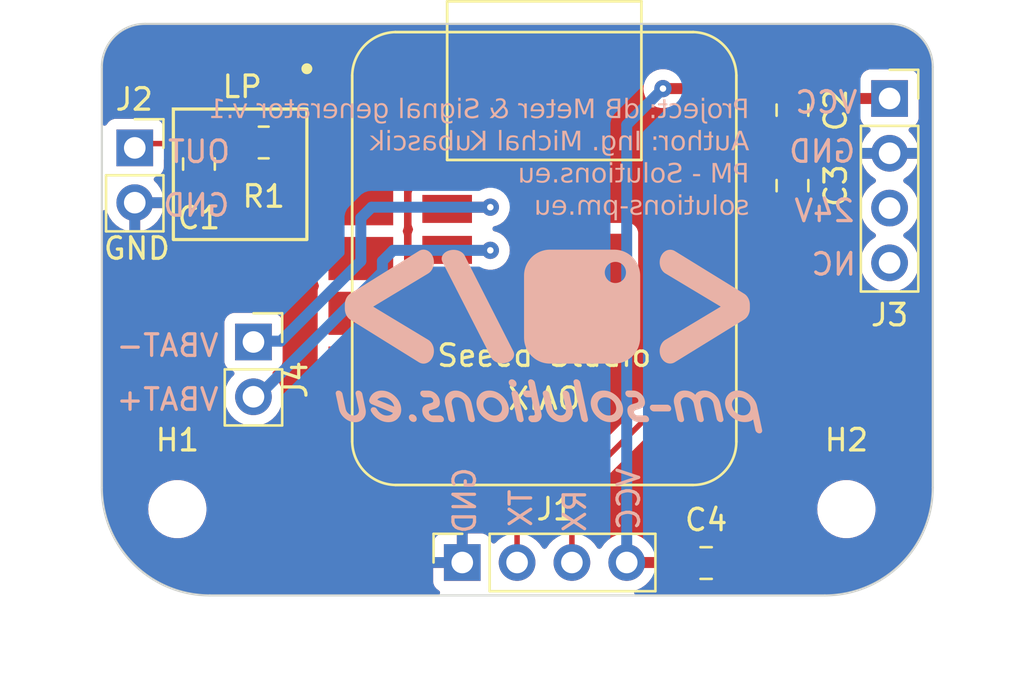
<source format=kicad_pcb>
(kicad_pcb (version 20221018) (generator pcbnew)
  (layers (0 "F.Cu" signal) (31 "B.Cu" signal) (34 "B.Paste" user) (35 "F.Paste" user) (36 "B.SilkS" user "B.Silkscreen") (37 "F.SilkS" user "F.Silkscreen") (38 "B.Mask" user) (39 "F.Mask" user) (44 "Edge.Cuts" user))
  (net 0 "")
  (net 1 "Net-(J2-Pin_1)")
  (net 2 "GND")
  (net 3 "VCC")
  (net 4 "+3V3")
  (net 5 "TX")
  (net 6 "RX")
  (net 7 "+24V")
  (net 9 "VBAT-")
  (net 10 "VBAT+")
  (net 11 "Net-(U1-GPIO3_A1_D1)")
  (footprint "Capacitor_SMD:C_0805_2012Metric" (layer "F.Cu") (at 51.5 32 90)
    (fp_text reference "C3")
    (fp_text value "C")
  )
  (footprint "Capacitor_SMD:C_0805_2012Metric" (layer "F.Cu") (at 51.5 28.5 -90)
    (fp_text reference "C2")
    (fp_text value "C")
  )
  (footprint "Connector_PinSocket_2.54mm:PinSocket_1x04_P2.54mm_Vertical" (layer "F.Cu") (at 36.2 49.475 90)
    (fp_text reference "J1")
    (fp_text value "Conn_01x04_Pin")
  )
  (footprint "Resistor_SMD:R_0805_2012Metric" (layer "F.Cu") (at 27 30)
    (fp_text reference "R1")
    (fp_text value "R")
  )
  (footprint "Capacitor_SMD:C_0805_2012Metric" (layer "F.Cu") (at 47.5 49.5)
    (fp_text reference "C4")
    (fp_text value "C")
  )
  (footprint "MountingHole:MountingHole_2.2mm_M2" (layer "F.Cu") (at 23 47)
    (fp_text reference "H1")
    (fp_text value "MountingHole")
  )
  (footprint "Connector_PinSocket_2.54mm:PinSocket_1x02_P2.54mm_Vertical" (layer "F.Cu") (at 26.525 39.25)
    (fp_text reference "J4")
    (fp_text value "Conn_01x02_Pin")
  )
  (footprint "Connector_PinSocket_2.54mm:PinSocket_1x04_P2.54mm_Vertical" (layer "F.Cu") (at 56 27.96)
    (fp_text reference "J3")
    (fp_text value "Conn_01x04_Pin")
  )
  (footprint "SeeedStudio:XIAO-ESP32C3-14P-2.54-21X17.8MM" (layer "F.Cu") (at 40 35.38)
    (fp_text reference "U1")
    (fp_text value "SeeedStudio ESP32C3" hide)
  )
  (footprint "MountingHole:MountingHole_2.2mm_M2" (layer "F.Cu") (at 54 47)
    (fp_text reference "H2")
    (fp_text value "MountingHole")
  )
  (footprint "Connector_PinSocket_2.54mm:PinSocket_1x02_P2.54mm_Vertical" (layer "F.Cu") (at 21.025 30.25)
    (fp_text reference "J2")
    (fp_text value "Conn_01x02_Pin")
  )
  (footprint "Capacitor_SMD:C_0805_2012Metric" (layer "F.Cu") (at 24 31 -90)
    (fp_text reference "C1")
    (fp_text value "C")
  )
  (gr_poly (pts (xy 34.370581 41.503572) (xy 34.362962 41.504112) (xy 34.355556 41.505011) (xy 34.348366 41.50627) (xy 34.341393 41.507888) (xy 34.334639 41.509867) (xy 34.328105 41.512204) (xy 34.321792 41.514902) (xy 34.315703 41.517959) (xy 34.309838 41.521376) (xy 34.3042 41.525153) (xy 34.29879 41.529289) (xy 34.293609 41.533785) (xy 34.288659 41.53864) (xy 34.283941 41.543855) (xy 34.279458 41.549429) (xy 34.275086 41.555252) (xy 34.271101 41.561212) (xy 34.267503 41.567307) (xy 34.264294 41.57354) (xy 34.261476 41.579908) (xy 34.25905 41.586413) (xy 34.257018 41.593055) (xy 34.255382 41.599833) (xy 34.254142 41.606747) (xy 34.2533 41.613798) (xy 34.252859 41.620985) (xy 34.252819 41.628309) (xy 34.253182 41.635769) (xy 34.25395 41.643365) (xy 34.255124 41.651098) (xy 34.256705 41.658968) (xy 34.256705 41.661612) (xy 34.258653 41.669661) (xy 34.260922 41.677537) (xy 34.263514 41.685239) (xy 34.266429 41.692767) (xy 34.269666 41.700122) (xy 34.273225 41.707303) (xy 34.277107 41.714311) (xy 34.281311 41.721144) (xy 34.285838 41.727805) (xy 34.290688 41.734291) (xy 34.295859 41.740604) (xy 34.301354 41.746743) (xy 34.30717 41.752709) (xy 34.31331 41.7585) (xy 34.319771 41.764119) (xy 34.326556 41.769563) (xy 34.333439 41.775138) (xy 34.340396 41.780353) (xy 34.347425 41.785209) (xy 34.354527 41.789705) (xy 34.3617 41.793841) (xy 34.368944 41.797617) (xy 34.376257 41.801034) (xy 34.383639 41.804091) (xy 34.39109 41.806789) (xy 34.398607 41.809127) (xy 34.406192 41.811105) (xy 34.413842 41.812723) (xy 34.421558 41.813982) (xy 34.429338 41.814881) (xy 34.437181 41.815421) (xy 34.445087 41.815601) (xy 34.69168 41.81454) (xy 34.698687 41.814689) (xy 34.70562 41.815135) (xy 34.712478 41.81588) (xy 34.719262 41.816921) (xy 34.725972 41.818261) (xy 34.732607 41.819898) (xy 34.739168 41.821832) (xy 34.745654 41.824065) (xy 34.752066 41.826595) (xy 34.758404 41.829422) (xy 34.764667 41.832548) (xy 34.770856 41.835971) (xy 34.77697 41.839691) (xy 34.78301 41.84371) (xy 34.788976 41.848026) (xy 34.794868 41.85264) (xy 34.800486 41.857657) (xy 34.805831 41.862786) (xy 34.810904 41.868029) (xy 34.815704 41.873385) (xy 34.82023 41.878856) (xy 34.824485 41.884442) (xy 34.828466 41.890145) (xy 34.832174 41.895965) (xy 34.83561 41.901903) (xy 34.838772 41.907959) (xy 34.841662 41.914135) (xy 34.844279 41.92043) (xy 34.846623 41.926847) (xy 34.848694 41.933386) (xy 34.850492 41.940047) (xy 34.852018 41.946831) (xy 34.853779 41.956207) (xy 34.854894 41.965285) (xy 34.855363 41.974066) (xy 34.855184 41.982549) (xy 34.854357 41.990735) (xy 34.852882 41.998623) (xy 34.850757 42.006213) (xy 34.849451 42.009896) (xy 34.847982 42.013505) (xy 34.84635 42.01704) (xy 34.844556 42.0205) (xy 34.842598 42.023886) (xy 34.840477 42.027198) (xy 34.835747 42.033597) (xy 34.830362 42.039699) (xy 34.824324 42.045504) (xy 34.817631 42.051011) (xy 34.810281 42.05622) (xy 34.802276 42.061131) (xy 34.798989 42.063054) (xy 34.794487 42.065249) (xy 34.78877 42.067717) (xy 34.781837 42.070458) (xy 34.764325 42.076758) (xy 34.741951 42.08415) (xy 34.714715 42.092633) (xy 34.682618 42.102208) (xy 34.645659 42.112875) (xy 34.603838 42.124632) (xy 34.586314 42.130189) (xy 34.569457 42.135944) (xy 34.553267 42.141899) (xy 34.537742 42.148056) (xy 34.522881 42.154414) (xy 34.508681 42.160974) (xy 34.495142 42.167737) (xy 34.482262 42.174704) (xy 34.47004 42.181876) (xy 34.458473 42.189253) (xy 34.44756 42.196837) (xy 34.4373 42.204627) (xy 34.427691 42.212625) (xy 34.418731 42.220832) (xy 34.41042 42.229248) (xy 34.402755 42.237874) (xy 34.392721 42.250804) (xy 34.383655 42.264391) (xy 34.375557 42.278638) (xy 34.368425 42.293544) (xy 34.362262 42.309111) (xy 34.357065 42.325339) (xy 34.352836 42.342229) (xy 34.349574 42.359781) (xy 34.34728 42.377998) (xy 34.345953 42.396878) (xy 34.345593 42.416423) (xy 34.346201 42.436635) (xy 34.347776 42.457512) (xy 34.350319 42.479058) (xy 34.353829 42.501271) (xy 34.358306 42.524153) (xy 34.36354 42.546868) (xy 34.369714 42.569174) (xy 34.376828 42.59107) (xy 34.38488 42.612558) (xy 34.393868 42.633636) (xy 34.403791 42.654304) (xy 34.414648 42.674563) (xy 34.426436 42.694413) (xy 34.439154 42.713854) (xy 34.452801 42.732886) (xy 34.467375 42.751508) (xy 34.482875 42.76972) (xy 34.499298 42.787524) (xy 34.516644 42.804918) (xy 34.534911 42.821903) (xy 34.554098 42.838478) (xy 34.574041 42.854149) (xy 34.594181 42.868814) (xy 34.614519 42.882472) (xy 34.635052 42.895124) (xy 34.655781 42.906769) (xy 34.676704 42.917405) (xy 34.697822 42.927031) (xy 34.719132 42.935648) (xy 34.740634 42.943253) (xy 34.762328 42.949848) (xy 34.784213 42.955429) (xy 34.806287 42.959998) (xy 34.828551 42.963553) (xy 34.851003 42.966093) (xy 34.873642 42.967618) (xy 34.896468 42.968126) (xy 35.228255 42.968126) (xy 35.235982 42.967946) (xy 35.243488 42.967407) (xy 35.250773 42.966507) (xy 35.257839 42.965248) (xy 35.264689 42.96363) (xy 35.271323 42.961652) (xy 35.277743 42.959314) (xy 35.28395 42.956616) (xy 35.289947 42.953559) (xy 35.295734 42.950142) (xy 35.301314 42.946366) (xy 35.306688 42.942229) (xy 35.311857 42.937734) (xy 35.316822 42.932878) (xy 35.321587 42.927663) (xy 35.326151 42.922089) (xy 35.33061 42.916638) (xy 35.334661 42.911004) (xy 35.338303 42.905188) (xy 35.341539 42.899193) (xy 35.344368 42.893022) (xy 35.346792 42.886676) (xy 35.348811 42.880158) (xy 35.350427 42.87347) (xy 35.351639 42.866615) (xy 35.352449 42.859595) (xy 35.352858 42.852412) (xy 35.352866 42.845069) (xy 35.352473 42.837567) (xy 35.351682 42.82991) (xy 35.350492 42.822099) (xy 35.348905 42.814137) (xy 35.348905 42.811493) (xy 35.346964 42.803624) (xy 35.344712 42.795891) (xy 35.342149 42.788295) (xy 35.339273 42.780835) (xy 35.336084 42.773511) (xy 35.332581 42.766324) (xy 35.328763 42.759273) (xy 35.32463 42.752359) (xy 35.320181 42.745581) (xy 35.315414 42.73894) (xy 35.31033 42.732434) (xy 35.304927 42.726066) (xy 35.299205 42.719833) (xy 35.293162 42.713737) (xy 35.286799 42.707778) (xy 35.280114 42.701955) (xy 35.273051 42.69638) (xy 35.265949 42.691165) (xy 35.258806 42.686309) (xy 35.251622 42.681813) (xy 35.244394 42.677677) (xy 35.237122 42.673901) (xy 35.229803 42.670484) (xy 35.222435 42.667427) (xy 35.215019 42.664729) (xy 35.207551 42.662391) (xy 35.20003 42.660413) (xy 35.192455 42.658795) (xy 35.184824 42.657536) (xy 35.177136 42.656637) (xy 35.169389 42.656097) (xy 35.161582 42.655917) (xy 34.817094 42.655917) (xy 34.810093 42.655769) (xy 34.803178 42.655322) (xy 34.796351 42.654578) (xy 34.78961 42.653536) (xy 34.782956 42.652197) (xy 34.776389 42.65056) (xy 34.769909 42.648625) (xy 34.763516 42.646393) (xy 34.757209 42.643862) (xy 34.750989 42.641035) (xy 34.744856 42.637909) (xy 34.73881 42.634486) (xy 34.732851 42.630766) (xy 34.726978 42.626747) (xy 34.721192 42.622431) (xy 34.715493 42.617818) (xy 34.709775 42.612987) (xy 34.704331 42.608018) (xy 34.699159 42.602912) (xy 34.69426 42.597667) (xy 34.689634 42.592283) (xy 34.685281 42.586758) (xy 34.681201 42.581092) (xy 34.677393 42.575285) (xy 34.673858 42.569335) (xy 34.670597 42.563241) (xy 34.667608 42.557003) (xy 34.664892 42.550621) (xy 34.662448 42.544092) (xy 34.660278 42.537418) (xy 34.65838 42.530595) (xy 34.656756 42.523625) (xy 34.655181 42.515025) (xy 34.654227 42.506686) (xy 34.653894 42.498611) (xy 34.654185 42.490801) (xy 34.655098 42.483257) (xy 34.655788 42.479586) (xy 34.656635 42.475982) (xy 34.657638 42.472446) (xy 34.658797 42.468977) (xy 34.660113 42.465576) (xy 34.661585 42.462243) (xy 34.663213 42.458978) (xy 34.664999 42.455781) (xy 34.666941 42.452653) (xy 34.66904 42.449594) (xy 34.671296 42.446604) (xy 34.673709 42.443683) (xy 34.679006 42.43805) (xy 34.684933 42.432695) (xy 34.69149 42.427621) (xy 34.698678 42.42283) (xy 34.706498 42.418321) (xy 34.713619 42.41542) (xy 34.725862 42.411079) (xy 34.74324 42.4053) (xy 34.765765 42.398082) (xy 34.826304 42.379329) (xy 34.907581 42.354822) (xy 34.924919 42.349154) (xy 34.941612 42.343264) (xy 34.957658 42.337152) (xy 34.973057 42.330819) (xy 34.987808 42.324266) (xy 35.00191 42.317494) (xy 35.015362 42.310503) (xy 35.028164 42.303294) (xy 35.040315 42.295868) (xy 35.051815 42.288226) (xy 35.062661 42.280369) (xy 35.072854 42.272297) (xy 35.082393 42.26401) (xy 35.091277 42.255511) (xy 35.099505 42.246799) (xy 35.107076 42.237875) (xy 35.117104 42.224648) (xy 35.126152 42.210763) (xy 35.134222 42.196219) (xy 35.141315 42.181015) (xy 35.147431 42.165151) (xy 35.152571 42.148625) (xy 35.156736 42.131438) (xy 35.159926 42.113587) (xy 35.162143 42.095074) (xy 35.163387 42.075896) (xy 35.16366 42.056053) (xy 35.162961 42.035544) (xy 35.161291 42.014368) (xy 35.158652 41.992525) (xy 35.155044 41.970014) (xy 35.150468 41.946834) (xy 35.145234 41.924125) (xy 35.13906 41.901838) (xy 35.131946 41.879973) (xy 35.123894 41.85853) (xy 35.114905 41.837508) (xy 35.104982 41.816907) (xy 35.094126 41.796729) (xy 35.082337 41.776972) (xy 35.069619 41.757637) (xy 35.055972 41.738723) (xy 35.041398 41.720231) (xy 35.025898 41.702161) (xy 35.009475 41.684513) (xy 34.992129 41.667286) (xy 34.973862 41.650481) (xy 34.954676 41.634097) (xy 34.934733 41.618241) (xy 34.914593 41.603413) (xy 34.894255 41.589613) (xy 34.873722 41.57684) (xy 34.852993 41.565093) (xy 34.832069 41.554372) (xy 34.810952 41.544675) (xy 34.789642 41.536003) (xy 34.768139 41.528353) (xy 34.746446 41.521726) (xy 34.724561 41.516121) (xy 34.702487 41.511537) (xy 34.680223 41.507972) (xy 34.657771 41.505427) (xy 34.635132 41.503901) (xy 34.612305 41.503392) (xy 34.378413 41.503392)) (fill solid) (layer "B.SilkS"))
  (gr_poly (pts (xy 34.392109 34.968959) (xy 34.377836 34.969704) (xy 34.363643 34.970946) (xy 34.349531 34.972688) (xy 34.335502 34.974928) (xy 34.32156 34.977668) (xy 34.307706 34.980909) (xy 34.293943 34.984652) (xy 34.280273 34.988897) (xy 34.266698 34.993645) (xy 34.253221 34.998897) (xy 34.239843 35.004653) (xy 34.226569 35.010915) (xy 34.213399 35.017683) (xy 34.200335 35.024958) (xy 34.187382 35.032741) (xy 31.019262 37.002828) (xy 30.989729 37.022808) (xy 30.961693 37.044972) (xy 30.93521 37.069208) (xy 30.910337 37.095407) (xy 30.887133 37.123456) (xy 30.865653 37.153246) (xy 30.845957 37.184665) (xy 30.828101 37.217603) (xy 30.812143 37.251948) (xy 30.798139 37.28759) (xy 30.786148 37.324418) (xy 30.776226 37.362322) (xy 30.768431 37.401189) (xy 30.762821 37.44091) (xy 30.759453 37.481373) (xy 30.758384 37.522469) (xy 30.758384 37.700267) (xy 30.759546 37.741089) (xy 30.762995 37.781325) (xy 30.768674 37.82086) (xy 30.776524 37.859579) (xy 30.786489 37.897369) (xy 30.798512 37.934113) (xy 30.812534 37.969698) (xy 30.828498 38.004009) (xy 30.846348 38.03693) (xy 30.866026 38.068348) (xy 30.887474 38.098147) (xy 30.898844 38.112404) (xy 30.910635 38.126213) (xy 30.92284 38.13956) (xy 30.935452 38.152431) (xy 30.948463 38.164811) (xy 30.961867 38.176686) (xy 30.975656 38.188042) (xy 30.989823 38.198864) (xy 31.004362 38.209138) (xy 31.019263 38.218849) (xy 34.187385 40.188937) (xy 34.200269 40.196639) (xy 34.213316 40.203866) (xy 34.226515 40.210615) (xy 34.239855 40.216884) (xy 34.253325 40.222669) (xy 34.266914 40.227967) (xy 34.280612 40.232776) (xy 34.294408 40.237091) (xy 34.308291 40.240911) (xy 34.322249 40.244231) (xy 34.336273 40.247049) (xy 34.350351 40.249362) (xy 34.364472 40.251166) (xy 34.378626 40.252458) (xy 34.392801 40.253236) (xy 34.406988 40.253496) (xy 34.431691 40.252735) (xy 34.456073 40.250476) (xy 34.480102 40.246756) (xy 34.503749 40.241613) (xy 34.526984 40.235084) (xy 34.549775 40.227206) (xy 34.572093 40.218015) (xy 34.593907 40.20755) (xy 34.615187 40.195846) (xy 34.635902 40.182942) (xy 34.656023 40.168874) (xy 34.675519 40.153679) (xy 34.69436 40.137395) (xy 34.712514 40.120059) (xy 34.729953 40.101707) (xy 34.746645 40.082378) (xy 34.762561 40.062107) (xy 34.77767 40.040932) (xy 34.791941 40.01889) (xy 34.805345 39.996019) (xy 34.81785 39.972355) (xy 34.829428 39.947936) (xy 34.840046 39.922798) (xy 34.849676 39.896979) (xy 34.858286 39.870516) (xy 34.865847 39.843446) (xy 34.872328 39.815806) (xy 34.877698 39.787633) (xy 34.881928 39.758965) (xy 34.884987 39.729837) (xy 34.886844 39.700288) (xy 34.88747 39.670355) (xy 34.886283 39.628864) (xy 34.88276 39.58801) (xy 34.87696 39.54791) (xy 34.868941 39.508679) (xy 34.85876 39.470434) (xy 34.846477 39.433291) (xy 34.832149 39.397367) (xy 34.815834 39.362777) (xy 34.79759 39.329639) (xy 34.787763 39.31365) (xy 34.777476 39.298068) (xy 34.766736 39.282907) (xy 34.75555 39.268181) (xy 34.743925 39.253905) (xy 34.73187 39.240093) (xy 34.71939 39.226761) (xy 34.706493 39.213922) (xy 34.693187 39.201591) (xy 34.679479 39.189783) (xy 34.665376 39.178512) (xy 34.650885 39.167793) (xy 34.636014 39.15764) (xy 34.620769 39.148068) (xy 32.072832 37.611368) (xy 34.620769 36.07414) (xy 34.650885 36.054327) (xy 34.679479 36.032272) (xy 34.706494 36.008089) (xy 34.73187 35.98189) (xy 34.755551 35.953792) (xy 34.777477 35.923906) (xy 34.797591 35.892348) (xy 34.815834 35.859231) (xy 34.832149 35.82467) (xy 34.846477 35.788777) (xy 34.858761 35.751667) (xy 34.868941 35.713454) (xy 34.87696 35.674253) (xy 34.88276 35.634176) (xy 34.886283 35.593338) (xy 34.88747 35.551853) (xy 34.886843 35.521919) (xy 34.884981 35.492371) (xy 34.881915 35.463244) (xy 34.877675 35.434575) (xy 34.872293 35.406402) (xy 34.865798 35.378762) (xy 34.858222 35.351692) (xy 34.849593 35.325229) (xy 34.839945 35.29941) (xy 34.829305 35.274272) (xy 34.817706 35.249853) (xy 34.805178 35.226189) (xy 34.79175 35.203317) (xy 34.777455 35.181276) (xy 34.762322 35.160101) (xy 34.746381 35.13983) (xy 34.729664 35.1205) (xy 34.712201 35.102149) (xy 34.694022 35.084812) (xy 34.675158 35.068528) (xy 34.655639 35.053333) (xy 34.635496 35.039265) (xy 34.61476 35.026361) (xy 34.593461 35.014657) (xy 34.571629 35.004191) (xy 34.549295 34.995001) (xy 34.526489 34.987122) (xy 34.503243 34.980593) (xy 34.479586 34.97545) (xy 34.455549 34.971731) (xy 34.431163 34.969472) (xy 34.406458 34.96871)) (fill solid) (layer "B.SilkS"))
  (gr_poly (pts (xy 38.485889 40.981308) (xy 38.477216 40.981922) (xy 38.468781 40.982945) (xy 38.460586 40.984378) (xy 38.452633 40.986219) (xy 38.444924 40.98847) (xy 38.437459 40.991131) (xy 38.430241 40.9942) (xy 38.423271 40.997679) (xy 38.416551 41.001567) (xy 38.410082 41.005864) (xy 38.403865 41.010571) (xy 38.397903 41.015687) (xy 38.392197 41.021212) (xy 38.386748 41.027146) (xy 38.381557 41.03349) (xy 38.376429 41.039933) (xy 38.371761 41.046562) (xy 38.367552 41.053374) (xy 38.363806 41.060371) (xy 38.360521 41.06755) (xy 38.357698 41.074912) (xy 38.35534 41.082454) (xy 38.353446 41.090178) (xy 38.352016 41.098081) (xy 38.351053 41.106163) (xy 38.350556 41.114424) (xy 38.350527 41.122862) (xy 38.350966 41.131476) (xy 38.351873 41.140267) (xy 38.353251 41.149232) (xy 38.355099 41.158373) (xy 38.357182 41.167699) (xy 38.359662 41.176829) (xy 38.362537 41.185761) (xy 38.365807 41.194497) (xy 38.36947 41.203037) (xy 38.373527 41.211384) (xy 38.377975 41.219536) (xy 38.382815 41.227495) (xy 38.388046 41.235262) (xy 38.393666 41.242838) (xy 38.399676 41.250223) (xy 38.406074 41.257418) (xy 38.412859 41.264424) (xy 38.420031 41.271242) (xy 38.427589 41.277872) (xy 38.435532 41.284316) (xy 38.443507 41.290659) (xy 38.451555 41.296594) (xy 38.459676 41.302119) (xy 38.46787 41.307235) (xy 38.476134 41.311941) (xy 38.484469 41.316239) (xy 38.492874 41.320127) (xy 38.501348 41.323605) (xy 38.50989 41.326675) (xy 38.518499 41.329335) (xy 38.527175 41.331586) (xy 38.535917 41.333428) (xy 38.544724 41.33486) (xy 38.553595 41.335884) (xy 38.56253 41.336497) (xy 38.571528 41.336702) (xy 38.580625 41.336497) (xy 38.589462 41.335884) (xy 38.598038 41.33486) (xy 38.606354 41.333428) (xy 38.614409 41.331586) (xy 38.622204 41.329335) (xy 38.629738 41.326675) (xy 38.637012 41.323605) (xy 38.644026 41.320127) (xy 38.650779 41.316239) (xy 38.657272 41.311941) (xy 38.663504 41.307235) (xy 38.669476 41.302119) (xy 38.675187 41.296594) (xy 38.680638 41.290659) (xy 38.685828 41.284316) (xy 38.690672 41.277686) (xy 38.695081 41.270895) (xy 38.699056 41.263941) (xy 38.702597 41.256823) (xy 38.705704 41.249541) (xy 38.708376 41.242094) (xy 38.710615 41.234481) (xy 38.71242 41.226702) (xy 38.71379 41.218755) (xy 38.714727 41.210639) (xy 38.715229 41.202355) (xy 38.715297 41.193901) (xy 38.714932 41.185277) (xy 38.714132 41.176481) (xy 38.712898 41.167513) (xy 38.71123 41.158373) (xy 38.709152 41.149418) (xy 38.706691 41.140614) (xy 38.703847 41.131959) (xy 38.700621 41.123456) (xy 38.697013 41.115105) (xy 38.693025 41.106906) (xy 38.688658 41.098861) (xy 38.683911 41.09097) (xy 38.678786 41.083235) (xy 38.673283 41.075655) (xy 38.667404 41.068231) (xy 38.661149 41.060965) (xy 38.654519 41.053857) (xy 38.647514 41.046908) (xy 38.640136 41.040119) (xy 38.632384 41.03349) (xy 38.624404 41.027146) (xy 38.616337 41.021212) (xy 38.608184 41.015687) (xy 38.599948 41.010571) (xy 38.591627 41.005864) (xy 38.583224 41.001567) (xy 38.574738 40.997679) (xy 38.566171 40.9942) (xy 38.557524 40.991131) (xy 38.548797 40.98847) (xy 38.53999 40.986219) (xy 38.531106 40.984378) (xy 38.522144 40.982945) (xy 38.513105 40.981922) (xy 38.50399 40.981308) (xy 38.494801 40.981104)) (fill solid) (layer "B.SilkS"))
  (gr_poly (pts (xy 42.708308 41.502117) (xy 42.672052 41.504647) (xy 42.636828 41.508861) (xy 42.602638 41.514759) (xy 42.569483 41.522342) (xy 42.537366 41.531607) (xy 42.506287 41.542554) (xy 42.476249 41.555182) (xy 42.447253 41.569491) (xy 42.419299 41.58548) (xy 42.392391 41.603148) (xy 42.366529 41.622494) (xy 42.341715 41.643517) (xy 42.317951 41.666217) (xy 42.295238 41.690593) (xy 42.273577 41.716644) (xy 42.253355 41.743874) (xy 42.234957 41.771785) (xy 42.218384 41.800379) (xy 42.203636 41.829654) (xy 42.190715 41.859612) (xy 42.17962 41.890252) (xy 42.170353 41.921575) (xy 42.162915 41.953579) (xy 42.157306 41.986266) (xy 42.153528 42.019634) (xy 42.15158 42.053685) (xy 42.151464 42.088418) (xy 42.15318 42.123833) (xy 42.15673 42.15993) (xy 42.162114 42.196709) (xy 42.169332 42.234171) (xy 42.178044 42.271725) (xy 42.188305 42.308584) (xy 42.200114 42.34475) (xy 42.213468 42.38022) (xy 42.228366 42.414996) (xy 42.244806 42.449078) (xy 42.262788 42.482465) (xy 42.282309 42.515157) (xy 42.303368 42.547155) (xy 42.325963 42.578459) (xy 42.350093 42.609068) (xy 42.375757 42.638982) (xy 42.402952 42.668202) (xy 42.431677 42.696728) (xy 42.46193 42.724559) (xy 42.493711 42.751695) (xy 42.526515 42.77774) (xy 42.559642 42.802099) (xy 42.593091 42.824773) (xy 42.626863 42.845763) (xy 42.660957 42.865068) (xy 42.695374 42.882691) (xy 42.730113 42.898632) (xy 42.765174 42.912892) (xy 42.800558 42.925471) (xy 42.836264 42.936371) (xy 42.872293 42.945591) (xy 42.908644 42.953133) (xy 42.945318 42.958998) (xy 42.982314 42.963186) (xy 43.019632 42.965699) (xy 43.057273 42.966536) (xy 43.09456 42.965693) (xy 43.130817 42.963164) (xy 43.166041 42.958949) (xy 43.200231 42.953051) (xy 43.233385 42.945469) (xy 43.265503 42.936203) (xy 43.296581 42.925256) (xy 43.326619 42.912628) (xy 43.355616 42.898319) (xy 43.383569 42.88233) (xy 43.410477 42.864662) (xy 43.436339 42.845316) (xy 43.461152 42.824292) (xy 43.484917 42.801592) (xy 43.50763 42.777216) (xy 43.52929 42.751164) (xy 43.549512 42.723935) (xy 43.567912 42.696024) (xy 43.58449 42.66743) (xy 43.599247 42.638155) (xy 43.612184 42.608197) (xy 43.623302 42.577557) (xy 43.632602 42.546235) (xy 43.640084 42.51423) (xy 43.645748 42.481544) (xy 43.649597 42.448176) (xy 43.651631 42.414125) (xy 43.651849 42.379392) (xy 43.650254 42.343977) (xy 43.648122 42.321398) (xy 43.333242 42.321398) (xy 43.333225 42.3414) (xy 43.332171 42.361001) (xy 43.330079 42.380202) (xy 43.32695 42.399004) (xy 43.322786 42.417409) (xy 43.317587 42.435419) (xy 43.311355 42.453036) (xy 43.304089 42.47026) (xy 43.29579 42.487093) (xy 43.28646 42.503537) (xy 43.276098 42.519594) (xy 43.264707 42.535265) (xy 43.252298 42.550166) (xy 43.239281 42.564111) (xy 43.225655 42.5771) (xy 43.211418 42.589131) (xy 43.196571 42.600205) (xy 43.181112 42.610319) (xy 43.165041 42.619474) (xy 43.148356 42.627669) (xy 43.131058 42.634902) (xy 43.113145 42.641174) (xy 43.094616 42.646483) (xy 43.075472 42.650828) (xy 43.05571 42.654209) (xy 43.03533 42.656625) (xy 43.014332 42.658075) (xy 42.992715 42.658559) (xy 42.970986 42.658075) (xy 42.949454 42.656625) (xy 42.92812 42.654209) (xy 42.906981 42.650828) (xy 42.886039 42.646483) (xy 42.86529 42.641174) (xy 42.844736 42.634902) (xy 42.824374 42.627669) (xy 42.804205 42.619474) (xy 42.784227 42.610319) (xy 42.764439 42.600205) (xy 42.744842 42.589131) (xy 42.725434 42.5771) (xy 42.706214 42.564111) (xy 42.687181 42.550166) (xy 42.668336 42.535265) (xy 42.650023 42.519681) (xy 42.632592 42.50369) (xy 42.616041 42.487293) (xy 42.60037 42.470491) (xy 42.58558 42.453286) (xy 42.571671 42.43568) (xy 42.558643 42.417674) (xy 42.546494 42.399269) (xy 42.535227 42.380467) (xy 42.52484 42.36127) (xy 42.515334 42.341679) (xy 42.506708 42.321696) (xy 42.498962 42.301322) (xy 42.492098 42.280559) (xy 42.486113 42.259409) (xy 42.48101 42.237872) (xy 42.476873 42.21615) (xy 42.473791 42.194836) (xy 42.47176 42.173929) (xy 42.470782 42.153429) (xy 42.470855 42.133336) (xy 42.471978 42.113648) (xy 42.474151 42.094364) (xy 42.477372 42.075485) (xy 42.481641 42.057008) (xy 42.486958 42.038934) (xy 42.493321 42.021261) (xy 42.50073 42.003989) (xy 42.509183 41.987117) (xy 42.518681 41.970644) (xy 42.529222 41.95457) (xy 42.540806 41.938893) (xy 42.553314 41.923905) (xy 42.566428 41.909894) (xy 42.580146 41.896858) (xy 42.594468 41.884795) (xy 42.609391 41.873703) (xy 42.624914 41.863578) (xy 42.641035 41.854419) (xy 42.657753 41.846224) (xy 42.675067 41.83899) (xy 42.692974 41.832715) (xy 42.711473 41.827397) (xy 42.730563 41.823032) (xy 42.750242 41.81962) (xy 42.770509 41.817156) (xy 42.791361 41.815641) (xy 42.812798 41.81507) (xy 42.834626 41.815553) (xy 42.856254 41.817003) (xy 42.877681 41.819419) (xy 42.898904 41.8228) (xy 42.919923 41.827146) (xy 42.940735 41.832455) (xy 42.96134 41.838726) (xy 42.981735 41.84596) (xy 43.00192 41.854154) (xy 43.021892 41.863309) (xy 43.041651 41.873424) (xy 43.061193 41.884497) (xy 43.080519 41.896529) (xy 43.099626 41.909518) (xy 43.118513 41.923463) (xy 43.137179 41.938364) (xy 43.155304 41.953953) (xy 43.172572 41.969963) (xy 43.188979 41.986391) (xy 43.204523 42.003236) (xy 43.219202 42.020497) (xy 43.233014 42.038172) (xy 43.245956 42.056259) (xy 43.258026 42.074757) (xy 43.269222 42.093664) (xy 43.279541 42.112979) (xy 43.288981 42.1327) (xy 43.29754 42.152825) (xy 43.305215 42.173354) (xy 43.312004 42.194284) (xy 43.317905 42.215614) (xy 43.322915 42.237343) (xy 43.327058 42.258967) (xy 43.330159 42.280183) (xy 43.33222 42.300993) (xy 43.333242 42.321398) (xy 43.648122 42.321398) (xy 43.646846 42.30788) (xy 43.641626 42.271101) (xy 43.634594 42.23364) (xy 43.625695 42.196179) (xy 43.61527 42.1594) (xy 43.603318 42.123303) (xy 43.589838 42.087888) (xy 43.57483 42.053155) (xy 43.558292 42.019104) (xy 43.540224 41.985736) (xy 43.520625 41.953049) (xy 43.499494 41.921045) (xy 43.476831 41.889723) (xy 43.452635 41.859083) (xy 43.426905 41.829125) (xy 43.39964 41.799849) (xy 43.370839 41.771256) (xy 43.340502 41.743344) (xy 43.308628 41.716115) (xy 43.275917 41.69007) (xy 43.242872 41.665711) (xy 43.209494 41.643037) (xy 43.175783 41.622048) (xy 43.14174 41.602742) (xy 43.107366 41.585119) (xy 43.072662 41.569178) (xy 43.037629 41.554918) (xy 43.002267 41.542339) (xy 42.966577 41.53144) (xy 42.93056 41.522219) (xy 42.894216 41.514677) (xy 42.857548 41.508812) (xy 42.820554 41.504624) (xy 42.783236 41.502111) (xy 42.745595 41.501274)) (fill solid) (layer "B.SilkS"))
  (gr_poly (pts (xy 46.467236 41.500914) (xy 46.436905 41.503017) (xy 46.407453 41.50652) (xy 46.37888 41.511426) (xy 46.351184 41.517732) (xy 46.324364 41.52544) (xy 46.298421 41.53455) (xy 46.273352 41.545061) (xy 46.249158 41.556973) (xy 46.225838 41.570287) (xy 46.20339 41.585003) (xy 46.181815 41.60112) (xy 46.161111 41.618638) (xy 46.141277 41.637558) (xy 46.122313 41.657879) (xy 46.104217 41.679602) (xy 46.087319 41.702497) (xy 46.071945 41.725938) (xy 46.058096 41.749927) (xy 46.045769 41.774464) (xy 46.034965 41.799549) (xy 46.025683 41.825184) (xy 46.017921 41.85137) (xy 46.011679 41.878106) (xy 46.006957 41.905395) (xy 46.003753 41.933236) (xy 46.002067 41.961631) (xy 46.001898 41.990579) (xy 46.003245 42.020083) (xy 46.006107 42.050143) (xy 46.010485 42.080759) (xy 46.016376 42.111932) (xy 46.165601 42.811491) (xy 46.167535 42.819354) (xy 46.169769 42.827069) (xy 46.172301 42.834634) (xy 46.175134 42.842051) (xy 46.178267 42.849318) (xy 46.181702 42.856437) (xy 46.185439 42.863408) (xy 46.18948 42.870229) (xy 46.193824 42.876901) (xy 46.198472 42.883425) (xy 46.203427 42.8898) (xy 46.208687 42.896026) (xy 46.214254 42.902103) (xy 46.220129 42.908031) (xy 46.226313 42.913811) (xy 46.232806 42.919441) (xy 46.239875 42.925016) (xy 46.246995 42.930231) (xy 46.254166 42.935087) (xy 46.261389 42.939583) (xy 46.268665 42.943719) (xy 46.275994 42.947495) (xy 46.283377 42.950912) (xy 46.290815 42.953969) (xy 46.29831 42.956667) (xy 46.30586 42.959005) (xy 46.313468 42.960983) (xy 46.321135 42.962601) (xy 46.32886 42.96386) (xy 46.336645 42.964759) (xy 46.34449 42.965299) (xy 46.352396 42.965479) (xy 46.355043 42.965479) (xy 46.363049 42.965299) (xy 46.370796 42.964759) (xy 46.378286 42.96386) (xy 46.385519 42.962601) (xy 46.392499 42.960983) (xy 46.399226 42.959005) (xy 46.405702 42.956667) (xy 46.411928 42.953969) (xy 46.417906 42.950912) (xy 46.423638 42.947495) (xy 46.429125 42.943719) (xy 46.434368 42.939583) (xy 46.439369 42.935087) (xy 46.444131 42.930231) (xy 46.448653 42.925016) (xy 46.452939 42.919441) (xy 46.457398 42.913991) (xy 46.461448 42.908357) (xy 46.46509 42.902541) (xy 46.468326 42.896546) (xy 46.471155 42.890375) (xy 46.473579 42.884029) (xy 46.475599 42.877512) (xy 46.477214 42.870824) (xy 46.478427 42.863969) (xy 46.479237 42.856949) (xy 46.479646 42.849766) (xy 46.479653 42.842423) (xy 46.479261 42.834921) (xy 46.47847 42.827264) (xy 46.47728 42.819453) (xy 46.475693 42.811491) (xy 46.326467 42.111932) (xy 46.323658 42.096498) (xy 46.321582 42.081348) (xy 46.320238 42.066484) (xy 46.319629 42.051905) (xy 46.319755 42.037611) (xy 46.320616 42.023603) (xy 46.322214 42.00988) (xy 46.324549 41.996442) (xy 46.327622 41.983289) (xy 46.331433 41.970422) (xy 46.335984 41.95784) (xy 46.341276 41.945543) (xy 46.347308 41.933531) (xy 46.354082 41.921805) (xy 46.361599 41.910364) (xy 46.369859 41.899208) (xy 46.378621 41.888542) (xy 46.387842 41.87857) (xy 46.397519 41.86929) (xy 46.407653 41.860703) (xy 46.418243 41.852807) (xy 46.429288 41.845602) (xy 46.440787 41.839087) (xy 46.45274 41.833261) (xy 46.465145 41.828123) (xy 46.478002 41.823673) (xy 46.491311 41.819909) (xy 46.505069 41.816832) (xy 46.519278 41.814439) (xy 46.533935 41.812732) (xy 46.54904 41.811708) (xy 46.564592 41.811366) (xy 46.580101 41.811708) (xy 46.595474 41.812732) (xy 46.61071 41.814439) (xy 46.62581 41.816832) (xy 46.640774 41.819909) (xy 46.655601 41.823672) (xy 46.670291 41.828123) (xy 46.684845 41.83326) (xy 46.699263 41.839086) (xy 46.713544 41.845602) (xy 46.727689 41.852807) (xy 46.741698 41.860702) (xy 46.75557 41.86929) (xy 46.769306 41.878569) (xy 46.782905 41.888542) (xy 46.796368 41.899208) (xy 46.80944 41.910358) (xy 46.821868 41.921782) (xy 46.833653 41.933483) (xy 46.844795 41.945461) (xy 46.855295 41.957717) (xy 46.865154 41.970255) (xy 46.874373 41.983075) (xy 46.882952 41.996178) (xy 46.890893 42.009567) (xy 46.898196 42.023242) (xy 46.904861 42.037206) (xy 46.910891 42.05146) (xy 46.916284 42.066005) (xy 46.921043 42.080843) (xy 46.925168 42.095976) (xy 46.928659 42.111405) (xy 47.077885 42.810964) (xy 47.079826 42.819013) (xy 47.082078 42.826888) (xy 47.084641 42.83459) (xy 47.087517 42.842118) (xy 47.090706 42.849473) (xy 47.094209 42.856654) (xy 47.098027 42.863661) (xy 47.10216 42.870495) (xy 47.10661 42.877155) (xy 47.111376 42.883641) (xy 47.11646 42.889954) (xy 47.121863 42.896093) (xy 47.127586 42.902059) (xy 47.133628 42.90785) (xy 47.139992 42.913469) (xy 47.146677 42.918913) (xy 47.153374 42.924488) (xy 47.160169 42.929703) (xy 47.167062 42.934559) (xy 47.174052 42.939055) (xy 47.181139 42.943191) (xy 47.18832 42.946967) (xy 47.195596 42.950384) (xy 47.202966 42.953441) (xy 47.210429 42.956139) (xy 47.217985 42.958477) (xy 47.225631 42.960455) (xy 47.233369 42.962073) (xy 47.241196 42.963332) (xy 47.249113 42.964231) (xy 47.257117 42.964771) (xy 47.26521 42.964951) (xy 47.267856 42.964951) (xy 47.275688 42.964771) (xy 47.283307 42.964231) (xy 47.290713 42.963332) (xy 47.297903 42.962073) (xy 47.304876 42.960455) (xy 47.31163 42.958477) (xy 47.318164 42.956139) (xy 47.324477 42.953441) (xy 47.330566 42.950384) (xy 47.33643 42.946967) (xy 47.342069 42.943191) (xy 47.347479 42.939055) (xy 47.35266 42.934559) (xy 47.357609 42.929703) (xy 47.362327 42.924488) (xy 47.36681 42.918913) (xy 47.371269 42.913463) (xy 47.375319 42.907829) (xy 47.378961 42.902013) (xy 47.382197 42.896019) (xy 47.385026 42.889847) (xy 47.38745 42.883501) (xy 47.38947 42.876984) (xy 47.391085 42.870296) (xy 47.392298 42.863441) (xy 47.393108 42.856421) (xy 47.393517 42.849238) (xy 47.393524 42.841895) (xy 47.393132 42.834393) (xy 47.392341 42.826736) (xy 47.391151 42.818925) (xy 47.389564 42.810964) (xy 47.240338 42.111405) (xy 47.237529 42.09597) (xy 47.235453 42.08082) (xy 47.234109 42.065956) (xy 47.2335 42.051377) (xy 47.233626 42.037083) (xy 47.234487 42.023075) (xy 47.236085 42.009352) (xy 47.23842 41.995914) (xy 47.241493 41.982761) (xy 47.245304 41.969894) (xy 47.249855 41.957312) (xy 47.255147 41.945015) (xy 47.261179 41.933003) (xy 47.267953 41.921277) (xy 47.27547 41.909836) (xy 47.28373 41.89868) (xy 47.292573 41.888014) (xy 47.30184 41.878042) (xy 47.311531 41.868762) (xy 47.321648 41.860175) (xy 47.332194 41.852279) (xy 47.343168 41.845074) (xy 47.354574 41.838559) (xy 47.366413 41.832733) (xy 47.378685 41.827595) (xy 47.391393 41.823145) (xy 47.404538 41.819381) (xy 47.418122 41.816304) (xy 47.432146 41.813912) (xy 47.446612 41.812204) (xy 47.461522 41.81118) (xy 47.476876 41.810838) (xy 47.492385 41.81118) (xy 47.507758 41.812204) (xy 47.522994 41.813911) (xy 47.538094 41.816304) (xy 47.553057 41.819381) (xy 47.567884 41.823144) (xy 47.582575 41.827595) (xy 47.597129 41.832732) (xy 47.611547 41.838558) (xy 47.625828 41.845074) (xy 47.639973 41.852279) (xy 47.653981 41.860175) (xy 47.667853 41.868762) (xy 47.681589 41.878041) (xy 47.695188 41.888014) (xy 47.708651 41.89868) (xy 47.721723 41.90983) (xy 47.734151 41.921254) (xy 47.745936 41.932955) (xy 47.757078 41.944933) (xy 47.767578 41.957189) (xy 47.777437 41.969727) (xy 47.786656 41.982547) (xy 47.795236 41.99565) (xy 47.803176 42.009039) (xy 47.810479 42.022714) (xy 47.817145 42.036678) (xy 47.823174 42.050932) (xy 47.828568 42.065477) (xy 47.833326 42.080315) (xy 47.837451 42.095448) (xy 47.840942 42.110877) (xy 47.989637 42.811491) (xy 47.991578 42.819541) (xy 47.99383 42.827416) (xy 47.996393 42.835118) (xy 47.999269 42.842646) (xy 48.002458 42.850001) (xy 48.005961 42.857182) (xy 48.009779 42.864189) (xy 48.013912 42.871023) (xy 48.018362 42.877683) (xy 48.023128 42.884169) (xy 48.028213 42.890482) (xy 48.033616 42.896621) (xy 48.039338 42.902586) (xy 48.04538 42.908378) (xy 48.051744 42.913997) (xy 48.058429 42.919441) (xy 48.065492 42.925016) (xy 48.072594 42.930231) (xy 48.079737 42.935087) (xy 48.086921 42.939583) (xy 48.094149 42.943719) (xy 48.101422 42.947495) (xy 48.108741 42.950912) (xy 48.116108 42.953969) (xy 48.123525 42.956667) (xy 48.130993 42.959005) (xy 48.138514 42.960983) (xy 48.146089 42.962601) (xy 48.153719 42.96386) (xy 48.161408 42.964759) (xy 48.169155 42.965299) (xy 48.176962 42.965479) (xy 48.180667 42.965479) (xy 48.188394 42.965299) (xy 48.195899 42.964759) (xy 48.203184 42.96386) (xy 48.210251 42.962601) (xy 48.2171 42.960983) (xy 48.223734 42.959005) (xy 48.230154 42.956667) (xy 48.236362 42.953969) (xy 48.242358 42.950912) (xy 48.248146 42.947495) (xy 48.253726 42.943719) (xy 48.259099 42.939583) (xy 48.264268 42.935087) (xy 48.269234 42.930231) (xy 48.273998 42.925016) (xy 48.278563 42.919441) (xy 48.282935 42.913991) (xy 48.28692 42.908357) (xy 48.290518 42.902541) (xy 48.293727 42.896546) (xy 48.296545 42.890375) (xy 48.298971 42.884029) (xy 48.301003 42.877512) (xy 48.30264 42.870824) (xy 48.30388 42.863969) (xy 48.304722 42.856949) (xy 48.305163 42.849766) (xy 48.305203 42.842423) (xy 48.30484 42.834921) (xy 48.304072 42.827264) (xy 48.302898 42.819453) (xy 48.301317 42.811491) (xy 48.152091 42.111932) (xy 48.144799 42.080753) (xy 48.136217 42.050121) (xy 48.126348 42.020038) (xy 48.11519 41.990505) (xy 48.102746 41.961524) (xy 48.089016 41.933097) (xy 48.074001 41.905224) (xy 48.057701 41.877908) (xy 48.040118 41.85115) (xy 48.021252 41.824952) (xy 48.001104 41.799315) (xy 47.979674 41.774241) (xy 47.956964 41.749731) (xy 47.932974 41.725787) (xy 47.907705 41.70241) (xy 47.881158 41.679602) (xy 47.85383 41.657879) (xy 47.826217 41.637558) (xy 47.79832 41.618638) (xy 47.770141 41.60112) (xy 47.741679 41.585003) (xy 47.712936 41.570287) (xy 47.683912 41.556973) (xy 47.654609 41.545061) (xy 47.625026 41.53455) (xy 47.595165 41.52544) (xy 47.565027 41.517732) (xy 47.534612 41.511426) (xy 47.503921 41.50652) (xy 47.472955 41.503017) (xy 47.441715 41.500914) (xy 47.4102 41.500214) (xy 47.373142 41.501001) (xy 47.337574 41.503363) (xy 47.303498 41.507298) (xy 47.270914 41.512806) (xy 47.239824 41.519886) (xy 47.210231 41.528538) (xy 47.182136 41.538759) (xy 47.155539 41.550551) (xy 47.130443 41.563911) (xy 47.10685 41.578839) (xy 47.08476 41.595335) (xy 47.064175 41.613398) (xy 47.045098 41.633026) (xy 47.027528 41.654219) (xy 47.011469 41.676976) (xy 46.996921 41.701297) (xy 46.971999 41.676976) (xy 46.946245 41.654219) (xy 46.919661 41.633026) (xy 46.892246 41.613398) (xy 46.863999 41.595335) (xy 46.834922 41.578839) (xy 46.805014 41.563911) (xy 46.774274 41.550551) (xy 46.742704 41.538759) (xy 46.710303 41.528538) (xy 46.677071 41.519886) (xy 46.643008 41.512806) (xy 46.608114 41.507298) (xy 46.572389 41.503363) (xy 46.535833 41.501001) (xy 46.498447 41.500214)) (fill solid) (layer "B.SilkS"))
  (gr_poly (pts (xy 41.46945 40.980218) (xy 41.461927 40.980739) (xy 41.454613 40.981607) (xy 41.447508 40.982823) (xy 41.44061 40.984385) (xy 41.43392 40.986295) (xy 41.427436 40.988552) (xy 41.421157 40.991157) (xy 41.415083 40.994109) (xy 41.409212 40.997407) (xy 41.403545 41.001054) (xy 41.39808 41.005047) (xy 41.392817 41.009388) (xy 41.387754 41.014076) (xy 41.382891 41.019111) (xy 41.378228 41.024494) (xy 41.373955 41.030316) (xy 41.370068 41.036276) (xy 41.366567 41.042371) (xy 41.363453 41.048604) (xy 41.360726 41.054972) (xy 41.358388 41.061477) (xy 41.356438 41.068119) (xy 41.354879 41.074897) (xy 41.35371 41.081811) (xy 41.352933 41.088862) (xy 41.352548 41.096049) (xy 41.352556 41.103373) (xy 41.352958 41.110833) (xy 41.353754 41.118429) (xy 41.354945 41.126162) (xy 41.356533 41.134032) (xy 41.71319 42.813078) (xy 41.715131 42.821127) (xy 41.717383 42.829003) (xy 41.719947 42.836705) (xy 41.722823 42.844233) (xy 41.726012 42.851588) (xy 41.729515 42.858768) (xy 41.733332 42.865776) (xy 41.737465 42.872609) (xy 41.741915 42.879269) (xy 41.746681 42.885756) (xy 41.751766 42.892069) (xy 41.757169 42.898208) (xy 41.762891 42.904173) (xy 41.768933 42.909965) (xy 41.775297 42.915584) (xy 41.781982 42.921028) (xy 41.789045 42.926603) (xy 41.796147 42.931818) (xy 41.803289 42.936674) (xy 41.810474 42.94117) (xy 41.817702 42.945306) (xy 41.824974 42.949082) (xy 41.832294 42.952499) (xy 41.839661 42.955556) (xy 41.847078 42.958254) (xy 41.854546 42.960592) (xy 41.862067 42.96257) (xy 41.869642 42.964188) (xy 41.877273 42.965447) (xy 41.884961 42.966346) (xy 41.892708 42.966886) (xy 41.900515 42.967066) (xy 41.904218 42.967066) (xy 41.911945 42.966886) (xy 41.91945 42.966346) (xy 41.926736 42.965447) (xy 41.933802 42.964188) (xy 41.940652 42.96257) (xy 41.947285 42.960592) (xy 41.953706 42.958254) (xy 41.959913 42.955556) (xy 41.96591 42.952499) (xy 41.971698 42.949082) (xy 41.977277 42.945306) (xy 41.982651 42.94117) (xy 41.98782 42.936674) (xy 41.992786 42.931818) (xy 41.997551 42.926603) (xy 42.002116 42.921028) (xy 42.006487 42.915578) (xy 42.010472 42.909944) (xy 42.01407 42.904128) (xy 42.017279 42.898133) (xy 42.020097 42.891962) (xy 42.022523 42.885616) (xy 42.024555 42.879098) (xy 42.026192 42.872411) (xy 42.027432 42.865556) (xy 42.028274 42.858536) (xy 42.028715 42.851353) (xy 42.028755 42.84401) (xy 42.028392 42.836508) (xy 42.027625 42.828851) (xy 42.026451 42.82104) (xy 42.024869 42.813078) (xy 41.668211 41.134032) (xy 41.666263 41.126163) (xy 41.663994 41.11843) (xy 41.661402 41.110834) (xy 41.658487 41.103374) (xy 41.65525 41.09605) (xy 41.651691 41.088863) (xy 41.647809 41.081812) (xy 41.643605 41.074898) (xy 41.639078 41.06812) (xy 41.634228 41.061478) (xy 41.629057 41.054973) (xy 41.623562 41.048604) (xy 41.617746 41.042372) (xy 41.611606 41.036276) (xy 41.605145 41.030317) (xy 41.59836 41.024494) (xy 41.591483 41.019111) (xy 41.584545 41.014076) (xy 41.577547 41.009388) (xy 41.570488 41.005047) (xy 41.563371 41.001054) (xy 41.556196 40.997407) (xy 41.548963 40.994109) (xy 41.541674 40.991157) (xy 41.534329 40.988552) (xy 41.526929 40.986295) (xy 41.519474 40.984385) (xy 41.511966 40.982823) (xy 41.504406 40.981607) (xy 41.496793 40.980739) (xy 41.48913 40.980218) (xy 41.481415 40.980045) (xy 41.477183 40.980045)) (fill solid) (layer "B.SilkS"))
  (gr_poly (pts (xy 40.963573 41.501454) (xy 40.956068 41.501994) (xy 40.948783 41.502893) (xy 40.941717 41.504152) (xy 40.934867 41.50577) (xy 40.928233 41.507748) (xy 40.921813 41.510086) (xy 40.915606 41.512784) (xy 40.909609 41.515841) (xy 40.903821 41.519258) (xy 40.898242 41.523034) (xy 40.892868 41.52717) (xy 40.887699 41.531666) (xy 40.882733 41.536522) (xy 40.877969 41.541737) (xy 40.873405 41.547312) (xy 40.869033 41.553134) (xy 40.865048 41.559093) (xy 40.86145 41.565189) (xy 40.858241 41.571421) (xy 40.855423 41.577789) (xy 40.852997 41.584294) (xy 40.850965 41.590936) (xy 40.849328 41.597713) (xy 40.848088 41.604628) (xy 40.847247 41.611678) (xy 40.846805 41.618866) (xy 40.846765 41.626189) (xy 40.847128 41.633649) (xy 40.847895 41.641246) (xy 40.849069 41.648979) (xy 40.850651 41.656848) (xy 40.997758 42.352702) (xy 41.000753 42.368329) (xy 41.002994 42.38366) (xy 41.004481 42.398694) (xy 41.005216 42.413432) (xy 41.0052 42.427877) (xy 41.004436 42.442027) (xy 41.002925 42.455885) (xy 41.000668 42.46945) (xy 40.997667 42.482724) (xy 40.993923 42.495707) (xy 40.989439 42.5084) (xy 40.984214 42.520804) (xy 40.978252 42.53292) (xy 40.971554 42.544748) (xy 40.96412 42.556289) (xy 40.955953 42.567545) (xy 40.946999 42.57821) (xy 40.937597 42.588183) (xy 40.927747 42.597462) (xy 40.917448 42.606049) (xy 40.9067 42.613945) (xy 40.895501 42.62115) (xy 40.883851 42.627665) (xy 40.87175 42.633491) (xy 40.859195 42.638629) (xy 40.846187 42.64308) (xy 40.832725 42.646843) (xy 40.818808 42.649921) (xy 40.804435 42.652313) (xy 40.789605 42.654021) (xy 40.774318 42.655045) (xy 40.758573 42.655386) (xy 40.742872 42.655045) (xy 40.727318 42.654021) (xy 40.711912 42.652313) (xy 40.696653 42.649921) (xy 40.681539 42.646844) (xy 40.66657 42.64308) (xy 40.651745 42.63863) (xy 40.637063 42.633492) (xy 40.622524 42.627666) (xy 40.608127 42.621151) (xy 40.593871 42.613945) (xy 40.579756 42.60605) (xy 40.56578 42.597462) (xy 40.551942 42.588183) (xy 40.538243 42.578211) (xy 40.52468 42.567545) (xy 40.511602 42.556284) (xy 40.499156 42.544726) (xy 40.487343 42.532875) (xy 40.476163 42.52073) (xy 40.465614 42.508293) (xy 40.455699 42.495567) (xy 40.446416 42.482553) (xy 40.437765 42.469251) (xy 40.429747 42.455665) (xy 40.422362 42.441794) (xy 40.415609 42.427642) (xy 40.409488 42.413209) (xy 40.404 42.398497) (xy 40.399145 42.383508) (xy 40.394922 42.368242) (xy 40.391332 42.352702) (xy 40.243694 41.656848) (xy 40.241753 41.648979) (xy 40.239501 41.641246) (xy 40.236938 41.63365) (xy 40.234062 41.62619) (xy 40.230873 41.618867) (xy 40.22737 41.611679) (xy 40.223552 41.604629) (xy 40.219419 41.597715) (xy 40.21497 41.590937) (xy 40.210203 41.584295) (xy 40.205119 41.57779) (xy 40.199716 41.571422) (xy 40.193994 41.565189) (xy 40.187951 41.559094) (xy 40.181588 41.553134) (xy 40.174903 41.547312) (xy 40.167834 41.541737) (xy 40.160714 41.536522) (xy 40.153543 41.531666) (xy 40.14632 41.52717) (xy 40.139044 41.523034) (xy 40.131715 41.519258) (xy 40.124332 41.515841) (xy 40.116893 41.512784) (xy 40.109399 41.510086) (xy 40.101848 41.507748) (xy 40.09424 41.50577) (xy 40.086573 41.504152) (xy 40.078848 41.502893) (xy 40.071063 41.501994) (xy 40.063218 41.501454) (xy 40.055311 41.501274) (xy 40.052665 41.501274) (xy 40.044659 41.501454) (xy 40.036912 41.501994) (xy 40.029422 41.502893) (xy 40.022188 41.504152) (xy 40.015209 41.50577) (xy 40.008482 41.507748) (xy 40.002006 41.510086) (xy 39.99578 41.512784) (xy 39.989802 41.515841) (xy 39.98407 41.519258) (xy 39.978583 41.523034) (xy 39.97334 41.52717) (xy 39.968338 41.531666) (xy 39.963577 41.536522) (xy 39.959055 41.541737) (xy 39.954769 41.547312) (xy 39.950398 41.553134) (xy 39.946412 41.559093) (xy 39.942814 41.565189) (xy 39.939606 41.571421) (xy 39.936787 41.577789) (xy 39.934362 41.584294) (xy 39.932329 41.590936) (xy 39.930693 41.597713) (xy 39.929453 41.604628) (xy 39.928611 41.611678) (xy 39.928169 41.618866) (xy 39.928129 41.626189) (xy 39.928492 41.633649) (xy 39.92926 41.641246) (xy 39.930434 41.648979) (xy 39.932015 41.656848) (xy 40.079653 42.352702) (xy 40.087138 42.384068) (xy 40.095901 42.414864) (xy 40.105944 42.445091) (xy 40.117265 42.47475) (xy 40.129868 42.503842) (xy 40.143752 42.532366) (xy 40.158918 42.560325) (xy 40.175367 42.587719) (xy 40.193099 42.614549) (xy 40.212116 42.640815) (xy 40.232418 42.666518) (xy 40.254006 42.691659) (xy 40.27688 42.716239) (xy 40.301043 42.740259) (xy 40.326493 42.763719) (xy 40.353233 42.78662) (xy 40.380747 42.808441) (xy 40.408524 42.828861) (xy 40.436562 42.847877) (xy 40.464862 42.86549) (xy 40.493427 42.881698) (xy 40.522256 42.896501) (xy 40.551349 42.909898) (xy 40.580709 42.921888) (xy 40.610335 42.93247) (xy 40.640229 42.941644) (xy 40.670391 42.949408) (xy 40.700822 42.955763) (xy 40.731523 42.960707) (xy 40.762494 42.964239) (xy 40.793736 42.966359) (xy 40.825251 42.967066) (xy 40.85666 42.966359) (xy 40.887188 42.964239) (xy 40.916835 42.960707) (xy 40.945602 42.955763) (xy 40.973489 42.949408) (xy 41.000495 42.941644) (xy 41.026621 42.93247) (xy 41.051866 42.921888) (xy 41.07623 42.909898) (xy 41.099714 42.896501) (xy 41.122317 42.881698) (xy 41.14404 42.86549) (xy 41.164882 42.847877) (xy 41.184844 42.828861) (xy 41.203925 42.808441) (xy 41.222126 42.78662) (xy 41.239123 42.763719) (xy 41.254593 42.740259) (xy 41.268535 42.716239) (xy 41.280946 42.691659) (xy 41.291826 42.666518) (xy 41.301172 42.640815) (xy 41.308984 42.614549) (xy 41.315259 42.587719) (xy 41.319997 42.560325) (xy 41.323195 42.532366) (xy 41.324852 42.503842) (xy 41.324966 42.47475) (xy 41.323537 42.445091) (xy 41.320561 42.414864) (xy 41.316039 42.384068) (xy 41.309968 42.352702) (xy 41.16233 41.656848) (xy 41.160389 41.648979) (xy 41.158137 41.641246) (xy 41.155573 41.63365) (xy 41.152698 41.62619) (xy 41.149509 41.618867) (xy 41.146006 41.611679) (xy 41.142188 41.604629) (xy 41.138055 41.597715) (xy 41.133605 41.590937) (xy 41.128839 41.584295) (xy 41.123755 41.57779) (xy 41.118352 41.571422) (xy 41.112629 41.565189) (xy 41.106587 41.559094) (xy 41.100224 41.553134) (xy 41.093539 41.547312) (xy 41.086475 41.541737) (xy 41.079373 41.536522) (xy 41.072231 41.531666) (xy 41.065046 41.52717) (xy 41.057819 41.523034) (xy 41.050546 41.519258) (xy 41.043227 41.515841) (xy 41.035859 41.512784) (xy 41.028442 41.510086) (xy 41.020974 41.507748) (xy 41.013453 41.50577) (xy 41.005878 41.504152) (xy 40.998248 41.502893) (xy 40.99056 41.501994) (xy 40.982813 41.501454) (xy 40.975005 41.501274) (xy 40.9713 41.501274)) (fill solid) (layer "B.SilkS"))
  (gr_poly (pts (xy 40.204485 34.969774) (xy 40.143321 34.974425) (xy 40.083047 34.982084) (xy 40.023738 34.992675) (xy 39.965469 35.006123) (xy 39.908317 35.022353) (xy 39.852357 35.041287) (xy 39.797664 35.062852) (xy 39.744315 35.08697) (xy 39.692385 35.113567) (xy 39.64195 35.142567) (xy 39.593085 35.173893) (xy 39.545866 35.207471) (xy 39.500368 35.243225) (xy 39.456668 35.281079) (xy 39.414841 35.320957) (xy 39.374963 35.362784) (xy 39.337109 35.406484) (xy 39.301356 35.451982) (xy 39.267778 35.499201) (xy 39.236451 35.548066) (xy 39.207452 35.598501) (xy 39.180855 35.650431) (xy 39.156736 35.703781) (xy 39.135172 35.758473) (xy 39.116237 35.814433) (xy 39.100008 35.871586) (xy 39.08656 35.929854) (xy 39.075969 35.989163) (xy 39.06831 36.049438) (xy 39.063659 36.110601) (xy 39.062092 36.172579) (xy 39.062092 39.048061) (xy 39.063659 39.110038) (xy 39.06831 39.171202) (xy 39.075969 39.231476) (xy 39.08656 39.290785) (xy 39.100008 39.349054) (xy 39.116237 39.406206) (xy 39.135172 39.462166) (xy 39.156736 39.516859) (xy 39.180855 39.570208) (xy 39.207452 39.622138) (xy 39.236451 39.672573) (xy 39.267778 39.721439) (xy 39.301356 39.768658) (xy 39.337109 39.814155) (xy 39.374963 39.857855) (xy 39.414841 39.899682) (xy 39.456668 39.93956) (xy 39.500368 39.977414) (xy 39.545866 40.013168) (xy 39.593085 40.046746) (xy 39.64195 40.078073) (xy 39.692385 40.107072) (xy 39.744315 40.133669) (xy 39.797664 40.157788) (xy 39.852357 40.179352) (xy 39.908317 40.198287) (xy 39.965469 40.214516) (xy 40.023738 40.227964) (xy 40.083047 40.238555) (xy 40.143321 40.246214) (xy 40.204485 40.250865) (xy 40.266462 40.252432) (xy 43.23827 40.252432) (xy 43.300247 40.250865) (xy 43.361411 40.246214) (xy 43.421685 40.238555) (xy 43.480994 40.227964) (xy 43.539263 40.214516) (xy 43.596415 40.198287) (xy 43.652376 40.179352) (xy 43.707068 40.157788) (xy 43.760417 40.133669) (xy 43.812348 40.107072) (xy 43.862783 40.078073) (xy 43.911648 40.046746) (xy 43.958867 40.013168) (xy 44.004364 39.977414) (xy 44.048064 39.93956) (xy 44.089891 39.899682) (xy 44.129769 39.857855) (xy 44.167623 39.814155) (xy 44.203377 39.768658) (xy 44.236955 39.721439) (xy 44.268281 39.672573) (xy 44.297281 39.622138) (xy 44.323878 39.570208) (xy 44.347996 39.516859) (xy 44.369561 39.462166) (xy 44.388495 39.406206) (xy 44.404724 39.349054) (xy 44.418172 39.290785) (xy 44.428764 39.231476) (xy 44.436423 39.171202) (xy 44.441074 39.110038) (xy 44.442641 39.048061) (xy 44.442641 36.172579) (xy 44.441074 36.110601) (xy 44.436423 36.049438) (xy 44.433382 36.025507) (xy 43.785937 36.025507) (xy 43.785296 36.050774) (xy 43.783398 36.07571) (xy 43.780274 36.100283) (xy 43.775955 36.124463) (xy 43.77047 36.148219) (xy 43.763853 36.171519) (xy 43.756132 36.194334) (xy 43.747339 36.216631) (xy 43.737505 36.238381) (xy 43.72666 36.259553) (xy 43.714836 36.280115) (xy 43.702064 36.300037) (xy 43.688373 36.319288) (xy 43.673795 36.337837) (xy 43.658361 36.355653) (xy 43.642102 36.372706) (xy 43.625048 36.388964) (xy 43.607231 36.404398) (xy 43.588681 36.418975) (xy 43.569428 36.432665) (xy 43.549505 36.445437) (xy 43.528941 36.457261) (xy 43.507768 36.468105) (xy 43.486016 36.477938) (xy 43.463716 36.486731) (xy 43.4409 36.494452) (xy 43.417597 36.50107) (xy 43.393839 36.506554) (xy 43.369656 36.510873) (xy 43.34508 36.513997) (xy 43.320141 36.515895) (xy 43.294871 36.516536) (xy 43.270519 36.515934) (xy 43.246333 36.514136) (xy 43.222352 36.511158) (xy 43.198616 36.507018) (xy 43.175167 36.501732) (xy 43.152044 36.495317) (xy 43.129288 36.487788) (xy 43.106938 36.479164) (xy 43.085035 36.469461) (xy 43.06362 36.458695) (xy 43.042732 36.446883) (xy 43.022412 36.434041) (xy 43.0027 36.420187) (xy 42.983636 36.405337) (xy 42.965261 36.389508) (xy 42.947614 36.372716) (xy 42.930821 36.35507) (xy 42.914991 36.336696) (xy 42.90014 36.317633) (xy 42.886285 36.297922) (xy 42.873442 36.277604) (xy 42.861629 36.256717) (xy 42.850862 36.235304) (xy 42.841157 36.213403) (xy 42.832532 36.191056) (xy 42.825002 36.168303) (xy 42.818585 36.145183) (xy 42.813298 36.121738) (xy 42.809156 36.098008) (xy 42.806177 36.074032) (xy 42.804378 36.049852) (xy 42.803774 36.025507) (xy 42.804375 36.001152) (xy 42.806172 35.976962) (xy 42.809148 35.952978) (xy 42.813288 35.929239) (xy 42.818574 35.905787) (xy 42.824989 35.882661) (xy 42.832518 35.859901) (xy 42.841143 35.837548) (xy 42.850847 35.815642) (xy 42.861614 35.794224) (xy 42.873428 35.773333) (xy 42.886271 35.753011) (xy 42.900127 35.733296) (xy 42.914979 35.71423) (xy 42.930811 35.695853) (xy 42.947605 35.678204) (xy 42.965253 35.66141) (xy 42.983631 35.645578) (xy 43.002697 35.630726) (xy 43.022411 35.61687) (xy 43.042734 35.604027) (xy 43.063625 35.592214) (xy 43.085043 35.581447) (xy 43.106949 35.571742) (xy 43.129302 35.563117) (xy 43.152061 35.555589) (xy 43.175188 35.549173) (xy 43.19864 35.543887) (xy 43.222379 35.539748) (xy 43.246363 35.536771) (xy 43.270552 35.534974) (xy 43.294874 35.534374) (xy 43.319193 35.534976) (xy 43.343379 35.536774) (xy 43.36736 35.539751) (xy 43.391095 35.543892) (xy 43.414544 35.549178) (xy 43.437667 35.555594) (xy 43.460423 35.563122) (xy 43.482773 35.571746) (xy 43.504675 35.581449) (xy 43.526091 35.592216) (xy 43.546978 35.604028) (xy 43.567299 35.616869) (xy 43.587011 35.630723) (xy 43.606075 35.645573) (xy 43.62445 35.661402) (xy 43.642097 35.678194) (xy 43.658889 35.695839) (xy 43.67472 35.714214) (xy 43.689571 35.733277) (xy 43.703426 35.752989) (xy 43.716268 35.773309) (xy 43.728082 35.794198) (xy 43.738849 35.815615) (xy 43.748554 35.837519) (xy 43.757179 35.859872) (xy 43.764709 35.882632) (xy 43.771126 35.90576) (xy 43.776413 35.929215) (xy 43.780555 35.952958) (xy 43.783534 35.976947) (xy 43.785333 36.001144) (xy 43.785937 36.025507) (xy 44.433382 36.025507) (xy 44.428764 35.989163) (xy 44.418172 35.929854) (xy 44.404724 35.871586) (xy 44.388495 35.814433) (xy 44.369561 35.758473) (xy 44.347996 35.703781) (xy 44.323878 35.650431) (xy 44.297281 35.598501) (xy 44.268281 35.548066) (xy 44.236955 35.499201) (xy 44.203377 35.451982) (xy 44.167623 35.406484) (xy 44.129769 35.362784) (xy 44.089891 35.320957) (xy 44.048064 35.281079) (xy 44.004364 35.243225) (xy 43.958867 35.207471) (xy 43.911648 35.173893) (xy 43.862783 35.142567) (xy 43.812348 35.113567) (xy 43.760417 35.08697) (xy 43.707068 35.062852) (xy 43.652376 35.041287) (xy 43.596415 35.022353) (xy 43.539263 35.006123) (xy 43.480994 34.992675) (xy 43.421685 34.982084) (xy 43.361411 34.974425) (xy 43.300247 34.969774) (xy 43.23827 34.968207) (xy 40.266462 34.968207)) (fill solid) (layer "B.SilkS"))
  (gr_poly (pts (xy 39.3676 40.980748) (xy 39.360077 40.981269) (xy 39.352763 40.982137) (xy 39.345658 40.983352) (xy 39.33876 40.984915) (xy 39.33207 40.986825) (xy 39.325585 40.989082) (xy 39.319307 40.991687) (xy 39.313232 40.994638) (xy 39.307362 40.997937) (xy 39.301695 41.001584) (xy 39.29623 41.005577) (xy 39.290967 41.009918) (xy 39.285904 41.014606) (xy 39.281042 41.019642) (xy 39.276379 41.025025) (xy 39.272112 41.030847) (xy 39.26824 41.036806) (xy 39.264763 41.042902) (xy 39.261678 41.049134) (xy 39.258983 41.055502) (xy 39.256677 41.062007) (xy 39.254759 41.068649) (xy 39.253227 41.075426) (xy 39.25208 41.082341) (xy 39.251315 41.089391) (xy 39.250932 41.096579) (xy 39.250929 41.103902) (xy 39.251304 41.111362) (xy 39.252055 41.118959) (xy 39.253182 41.126692) (xy 39.254682 41.134561) (xy 39.33247 41.502333) (xy 39.141442 41.502333) (xy 39.133715 41.502513) (xy 39.12621 41.503053) (xy 39.118925 41.503952) (xy 39.111858 41.505211) (xy 39.105009 41.506829) (xy 39.098375 41.508807) (xy 39.091955 41.511145) (xy 39.085747 41.513842) (xy 39.079751 41.5169) (xy 39.073963 41.520316) (xy 39.068383 41.524093) (xy 39.06301 41.528229) (xy 39.057841 41.532725) (xy 39.052875 41.53758) (xy 39.048111 41.542796) (xy 39.043546 41.54837) (xy 39.039175 41.554193) (xy 39.035189 41.560153) (xy 39.031591 41.566248) (xy 39.028382 41.57248) (xy 39.025564 41.578849) (xy 39.023138 41.585354) (xy 39.021106 41.591995) (xy 39.019469 41.598773) (xy 39.018229 41.605687) (xy 39.017388 41.612738) (xy 39.016946 41.619925) (xy 39.016906 41.627249) (xy 39.017269 41.634709) (xy 39.018037 41.642306) (xy 39.019211 41.650039) (xy 39.020792 41.657909) (xy 39.020792 41.660553) (xy 39.022739 41.668602) (xy 39.025009 41.676478) (xy 39.027601 41.68418) (xy 39.030516 41.691708) (xy 39.033752 41.699063) (xy 39.037312 41.706244) (xy 39.041194 41.713251) (xy 39.045398 41.720085) (xy 39.049925 41.726745) (xy 39.054774 41.733231) (xy 39.059946 41.739544) (xy 39.065441 41.745683) (xy 39.071257 41.751649) (xy 39.077397 41.757441) (xy 39.083858 41.76306) (xy 39.090642 41.768504) (xy 39.097519 41.774079) (xy 39.104458 41.779294) (xy 39.111456 41.784149) (xy 39.118515 41.788645) (xy 39.125632 41.792781) (xy 39.132807 41.796558) (xy 39.14004 41.799975) (xy 39.147329 41.803032) (xy 39.154674 41.805729) (xy 39.162074 41.808067) (xy 39.169529 41.810046) (xy 39.177036 41.811664) (xy 39.184597 41.812923) (xy 39.19221 41.813822) (xy 39.199873 41.814362) (xy 39.207587 41.814542) (xy 39.398617 41.814542) (xy 39.558953 42.569133) (xy 39.559834 42.57366) (xy 39.560493 42.57811) (xy 39.560932 42.582483) (xy 39.561152 42.586777) (xy 39.561156 42.59099) (xy 39.560943 42.595122) (xy 39.560517 42.599169) (xy 39.559879 42.603132) (xy 39.55903 42.607007) (xy 39.557971 42.610794) (xy 39.556705 42.614492) (xy 39.555232 42.618097) (xy 39.553555 42.62161) (xy 39.551675 42.625028) (xy 39.549594 42.628351) (xy 39.547312 42.631575) (xy 39.54467 42.634651) (xy 39.541901 42.637528) (xy 39.539004 42.640207) (xy 39.535976 42.642687) (xy 39.532815 42.644969) (xy 39.529518 42.647053) (xy 39.526083 42.648938) (xy 39.522507 42.650625) (xy 39.518789 42.652113) (xy 39.514927 42.653403) (xy 39.510916 42.654494) (xy 39.506757 42.655387) (xy 39.502445 42.656082) (xy 39.497979 42.656578) (xy 39.493356 42.656876) (xy 39.488575 42.656975) (xy 39.386974 42.656975) (xy 39.379247 42.657155) (xy 39.371742 42.657694) (xy 39.364457 42.658593) (xy 39.35739 42.659852) (xy 39.350541 42.661471) (xy 39.343907 42.663449) (xy 39.337487 42.665787) (xy 39.33128 42.668484) (xy 39.325283 42.671541) (xy 39.319495 42.674958) (xy 39.313916 42.678735) (xy 39.308542 42.682871) (xy 39.303373 42.687367) (xy 39.298407 42.692222) (xy 39.293643 42.697437) (xy 39.289078 42.703012) (xy 39.284707 42.708835) (xy 39.280722 42.714794) (xy 39.277124 42.72089) (xy 39.273915 42.727122) (xy 39.271097 42.733491) (xy 39.268671 42.739996) (xy 39.266639 42.746637) (xy 39.265002 42.753415) (xy 39.263762 42.76033) (xy 39.26292 42.767381) (xy 39.262479 42.774568) (xy 39.262439 42.781891) (xy 39.262802 42.789352) (xy 39.263569 42.796948) (xy 39.264743 42.804681) (xy 39.266325 42.81255) (xy 39.266325 42.815195) (xy 39.268266 42.823244) (xy 39.270517 42.83112) (xy 39.273081 42.838822) (xy 39.275957 42.84635) (xy 39.279146 42.853705) (xy 39.282649 42.860886) (xy 39.286466 42.867893) (xy 39.2906 42.874727) (xy 39.295049 42.881387) (xy 39.299815 42.887874) (xy 39.3049 42.894187) (xy 39.310303 42.900326) (xy 39.316025 42.906291) (xy 39.322067 42.912083) (xy 39.328431 42.917702) (xy 39.335116 42.923146) (xy 39.342179 42.928721) (xy 39.349281 42.933936) (xy 39.356423 42.938791) (xy 39.363608 42.943287) (xy 39.370835 42.947423) (xy 39.378108 42.951199) (xy 39.385427 42.954616) (xy 39.392794 42.957674) (xy 39.400211 42.960371) (xy 39.407679 42.962709) (xy 39.4152 42.964687) (xy 39.422775 42.966306) (xy 39.430405 42.967565) (xy 39.438093 42.968464) (xy 39.44584 42.969004) (xy 39.453648 42.969183) (xy 39.555248 42.969183) (xy 39.575606 42.968725) (xy 39.595406 42.967349) (xy 39.614646 42.965057) (xy 39.633325 42.961849) (xy 39.651443 42.957727) (xy 39.668999 42.952691) (xy 39.685993 42.946742) (xy 39.702423 42.939881) (xy 39.718288 42.932108) (xy 39.733589 42.923424) (xy 39.748323 42.91383) (xy 39.762492 42.903327) (xy 39.776092 42.891915) (xy 39.789125 42.879596) (xy 39.801588 42.866369) (xy 39.813482 42.852237) (xy 39.824588 42.837274) (xy 39.83469 42.821951) (xy 39.843788 42.806268) (xy 39.85188 42.790226) (xy 39.858968 42.773824) (xy 39.865052 42.757062) (xy 39.87013 42.739941) (xy 39.874205 42.72246) (xy 39.877274 42.704619) (xy 39.879339 42.686419) (xy 39.880399 42.667858) (xy 39.880455 42.648939) (xy 39.879506 42.629659) (xy 39.877553 42.61002) (xy 39.874595 42.590021) (xy 39.870632 42.569663) (xy 39.566361 41.136151) (xy 39.564414 41.128282) (xy 39.562145 41.120549) (xy 39.559552 41.112953) (xy 39.556638 41.105493) (xy 39.553401 41.09817) (xy 39.549842 41.090982) (xy 39.54596 41.083932) (xy 39.541755 41.077017) (xy 39.537228 41.070239) (xy 39.532379 41.063598) (xy 39.527207 41.057093) (xy 39.521713 41.050724) (xy 39.515896 41.044492) (xy 39.509757 41.038396) (xy 39.503295 41.032436) (xy 39.496511 41.026613) (xy 39.489634 41.02123) (xy 39.482696 41.016195) (xy 39.475697 41.011507) (xy 39.468639 41.007166) (xy 39.461521 41.003173) (xy 39.454346 40.999526) (xy 39.447113 40.996227) (xy 39.439824 40.993276) (xy 39.432478 40.990671) (xy 39.425078 40.988414) (xy 39.417624 40.986504) (xy 39.410116 40.984941) (xy 39.402555 40.983725) (xy 39.394942 40.982857) (xy 39.387279 40.982336) (xy 39.379565 40.982163) (xy 39.375333 40.980574)) (fill solid) (layer "B.SilkS"))
  (gr_poly (pts (xy 43.873356 41.501457) (xy 43.865737 41.501997) (xy 43.858331 41.502896) (xy 43.851141 41.504155) (xy 43.844168 41.505773) (xy 43.837414 41.507751) (xy 43.83088 41.510089) (xy 43.824567 41.512787) (xy 43.818478 41.515844) (xy 43.812613 41.519261) (xy 43.806975 41.523037) (xy 43.801565 41.527173) (xy 43.796384 41.531669) (xy 43.791435 41.536525) (xy 43.786717 41.54174) (xy 43.782234 41.547315) (xy 43.777862 41.553137) (xy 43.773877 41.559096) (xy 43.770279 41.565192) (xy 43.76707 41.571424) (xy 43.764252 41.577792) (xy 43.761826 41.584297) (xy 43.759794 41.590939) (xy 43.758157 41.597717) (xy 43.756917 41.604631) (xy 43.756075 41.611682) (xy 43.755634 41.618869) (xy 43.755594 41.626193) (xy 43.755957 41.633653) (xy 43.756725 41.64125) (xy 43.757899 41.648983) (xy 43.75948 41.656853) (xy 43.75948 41.659497) (xy 43.761427 41.667546) (xy 43.763697 41.675422) (xy 43.766289 41.683124) (xy 43.769203 41.690652) (xy 43.77244 41.698006) (xy 43.776 41.705187) (xy 43.779882 41.712195) (xy 43.784086 41.719028) (xy 43.788613 41.725688) (xy 43.793462 41.732175) (xy 43.798634 41.738487) (xy 43.804128 41.744627) (xy 43.809945 41.750592) (xy 43.816084 41.756384) (xy 43.822546 41.762002) (xy 43.82933 41.767447) (xy 43.836214 41.773022) (xy 43.84317 41.778237) (xy 43.8502 41.783092) (xy 43.857302 41.787588) (xy 43.864475 41.791724) (xy 43.871719 41.795501) (xy 43.879032 41.798918) (xy 43.886414 41.801975) (xy 43.893865 41.804672) (xy 43.901383 41.80701) (xy 43.908968 41.808988) (xy 43.916618 41.810607) (xy 43.924334 41.811866) (xy 43.932114 41.812765) (xy 43.939958 41.813304) (xy 43.947864 41.813484) (xy 44.194453 41.812424) (xy 44.201461 41.812573) (xy 44.208394 41.813019) (xy 44.215252 41.813763) (xy 44.222037 41.814805) (xy 44.228746 41.816144) (xy 44.235381 41.817782) (xy 44.241942 41.819716) (xy 44.248429 41.821949) (xy 44.254841 41.824479) (xy 44.261178 41.827306) (xy 44.267441 41.830432) (xy 44.27363 41.833855) (xy 44.279744 41.837576) (xy 44.285784 41.841594) (xy 44.29175 41.84591) (xy 44.297641 41.850523) (xy 44.303259 41.85554) (xy 44.308605 41.86067) (xy 44.313677 41.865912) (xy 44.318477 41.871269) (xy 44.323004 41.87674) (xy 44.327258 41.882327) (xy 44.331239 41.888029) (xy 44.334947 41.893849) (xy 44.338383 41.899787) (xy 44.341545 41.905844) (xy 44.344435 41.912019) (xy 44.347052 41.918315) (xy 44.349396 41.924732) (xy 44.351467 41.931271) (xy 44.353266 41.937932) (xy 44.354791 41.944716) (xy 44.356552 41.954092) (xy 44.357668 41.963171) (xy 44.358136 41.971951) (xy 44.357958 41.980434) (xy 44.357132 41.98862) (xy 44.355656 41.996508) (xy 44.353531 42.004098) (xy 44.352225 42.007782) (xy 44.350756 42.011391) (xy 44.349124 42.014925) (xy 44.34733 42.018386) (xy 44.345372 42.021771) (xy 44.343251 42.025083) (xy 44.338521 42.031483) (xy 44.333136 42.037585) (xy 44.327098 42.043389) (xy 44.320404 42.048896) (xy 44.313055 42.054105) (xy 44.305049 42.059017) (xy 44.301762 42.060939) (xy 44.29726 42.063134) (xy 44.291543 42.065602) (xy 44.28461 42.068343) (xy 44.267098 42.074643) (xy 44.244724 42.082034) (xy 44.217488 42.090517) (xy 44.185391 42.100092) (xy 44.148432 42.110758) (xy 44.106612 42.122516) (xy 44.089174 42.128072) (xy 44.072382 42.133828) (xy 44.056237 42.139784) (xy 44.040739 42.14594) (xy 44.025889 42.152298) (xy 44.011687 42.158859) (xy 43.998136 42.165622) (xy 43.985234 42.172589) (xy 43.972984 42.179761) (xy 43.961385 42.187138) (xy 43.95044 42.194722) (xy 43.940147 42.202512) (xy 43.930509 42.21051) (xy 43.921526 42.218717) (xy 43.913199 42.227133) (xy 43.905528 42.235759) (xy 43.895495 42.248688) (xy 43.886429 42.262276) (xy 43.87833 42.276522) (xy 43.871199 42.291428) (xy 43.865035 42.306995) (xy 43.859838 42.323223) (xy 43.855609 42.340113) (xy 43.852347 42.357665) (xy 43.850053 42.375882) (xy 43.848726 42.394762) (xy 43.848366 42.414308) (xy 43.848974 42.434519) (xy 43.850549 42.455397) (xy 43.853091 42.476942) (xy 43.856601 42.499156) (xy 43.861079 42.522038) (xy 43.866312 42.544753) (xy 43.872487 42.567059) (xy 43.879601 42.588955) (xy 43.887653 42.610442) (xy 43.896641 42.63152) (xy 43.906564 42.652188) (xy 43.91742 42.672447) (xy 43.929209 42.692297) (xy 43.941927 42.711738) (xy 43.955574 42.73077) (xy 43.970148 42.749392) (xy 43.985648 42.767605) (xy 44.002071 42.785408) (xy 44.019417 42.802803) (xy 44.037684 42.819788) (xy 44.05687 42.836363) (xy 44.076813 42.852034) (xy 44.096953 42.866699) (xy 44.117291 42.880357) (xy 44.137824 42.893009) (xy 44.158553 42.904654) (xy 44.179476 42.915289) (xy 44.200594 42.924916) (xy 44.221904 42.933532) (xy 44.243406 42.941138) (xy 44.2651 42.947732) (xy 44.286985 42.953313) (xy 44.309059 42.957882) (xy 44.331323 42.961437) (xy 44.353775 42.963977) (xy 44.376414 42.965501) (xy 44.399241 42.96601) (xy 44.731029 42.96601) (xy 44.738756 42.96583) (xy 44.746261 42.96529) (xy 44.753546 42.964391) (xy 44.760612 42.963132) (xy 44.767462 42.961514) (xy 44.774096 42.959536) (xy 44.780516 42.957198) (xy 44.786723 42.9545) (xy 44.79272 42.951443) (xy 44.798507 42.948026) (xy 44.804087 42.94425) (xy 44.809461 42.940114) (xy 44.81463 42.935618) (xy 44.819596 42.930762) (xy 44.82436 42.925547) (xy 44.828924 42.919972) (xy 44.833383 42.914522) (xy 44.837434 42.908888) (xy 44.841076 42.903072) (xy 44.844312 42.897077) (xy 44.847141 42.890906) (xy 44.849565 42.88456) (xy 44.851585 42.878043) (xy 44.8532 42.871355) (xy 44.854413 42.8645) (xy 44.855223 42.85748) (xy 44.855631 42.850297) (xy 44.855639 42.842954) (xy 44.855247 42.835452) (xy 44.854456 42.827795) (xy 44.853266 42.819984) (xy 44.851678 42.812023) (xy 44.851678 42.809377) (xy 44.849737 42.801507) (xy 44.847486 42.793775) (xy 44.844922 42.786178) (xy 44.842046 42.778718) (xy 44.838857 42.771395) (xy 44.835354 42.764208) (xy 44.831536 42.757157) (xy 44.827403 42.750243) (xy 44.822953 42.743465) (xy 44.818187 42.736823) (xy 44.813103 42.730318) (xy 44.8077 42.723949) (xy 44.801977 42.717717) (xy 44.795935 42.711621) (xy 44.789571 42.705662) (xy 44.782886 42.699838) (xy 44.775823 42.694264) (xy 44.768721 42.689049) (xy 44.761578 42.684194) (xy 44.754394 42.679698) (xy 44.747166 42.675562) (xy 44.739894 42.671786) (xy 44.732575 42.668369) (xy 44.725207 42.665312) (xy 44.717791 42.662614) (xy 44.710323 42.660277) (xy 44.702802 42.658298) (xy 44.695227 42.65668) (xy 44.687596 42.655421) (xy 44.679908 42.654522) (xy 44.672161 42.653982) (xy 44.664353 42.653803) (xy 44.319866 42.653803) (xy 44.312865 42.653654) (xy 44.30595 42.653207) (xy 44.299123 42.652463) (xy 44.292382 42.651421) (xy 44.285728 42.650082) (xy 44.279161 42.648445) (xy 44.272681 42.64651) (xy 44.266288 42.644277) (xy 44.259981 42.641747) (xy 44.253761 42.63892) (xy 44.247628 42.635794) (xy 44.241582 42.632371) (xy 44.235623 42.62865) (xy 44.229751 42.624632) (xy 44.223965 42.620315) (xy 44.218266 42.615701) (xy 44.212549 42.610871) (xy 44.207104 42.605903) (xy 44.201932 42.600797) (xy 44.197033 42.595552) (xy 44.192407 42.590168) (xy 44.188054 42.584643) (xy 44.183974 42.578977) (xy 44.180166 42.57317) (xy 44.176631 42.56722) (xy 44.173369 42.561126) (xy 44.17038 42.554888) (xy 44.167664 42.548506) (xy 44.165221 42.541977) (xy 44.163051 42.535303) (xy 44.161153 42.528481) (xy 44.159528 42.52151) (xy 44.157953 42.51291) (xy 44.156999 42.504571) (xy 44.156667 42.496496) (xy 44.156957 42.488686) (xy 44.15787 42.481142) (xy 44.158561 42.477471) (xy 44.159407 42.473867) (xy 44.16041 42.47033) (xy 44.161569 42.466861) (xy 44.162885 42.46346) (xy 44.164357 42.460127) (xy 44.165986 42.456862) (xy 44.167771 42.453666) (xy 44.169713 42.450538) (xy 44.171812 42.447479) (xy 44.174068 42.444489) (xy 44.176481 42.441568) (xy 44.181778 42.435934) (xy 44.187705 42.43058) (xy 44.194262 42.425506) (xy 44.201451 42.420714) (xy 44.20927 42.416206) (xy 44.216391 42.413305) (xy 44.228634 42.408964) (xy 44.246012 42.403184) (xy 44.268537 42.395966) (xy 44.329077 42.377213) (xy 44.410354 42.352705) (xy 44.427692 42.347038) (xy 44.444385 42.341148) (xy 44.460431 42.335036) (xy 44.47583 42.328703) (xy 44.490581 42.32215) (xy 44.504683 42.315378) (xy 44.518135 42.308387) (xy 44.530937 42.301178) (xy 44.543088 42.293753) (xy 44.554587 42.286111) (xy 44.565434 42.278253) (xy 44.575627 42.270181) (xy 44.585166 42.261895) (xy 44.59405 42.253396) (xy 44.602278 42.244684) (xy 44.609849 42.235761) (xy 44.619877 42.222533) (xy 44.628925 42.208648) (xy 44.636996 42.194104) (xy 44.644088 42.1789) (xy 44.650205 42.163036) (xy 44.655345 42.14651) (xy 44.65951 42.129323) (xy 44.6627 42.111473) (xy 44.664917 42.092959) (xy 44.666162 42.073781) (xy 44.666434 42.053938) (xy 44.665735 42.033429) (xy 44.664065 42.012253) (xy 44.661426 41.99041) (xy 44.657818 41.967899) (xy 44.653242 41.944719) (xy 44.648008 41.92201) (xy 44.641834 41.899723) (xy 44.63472 41.877858) (xy 44.626668 41.856414) (xy 44.617679 41.835392) (xy 44.607756 41.814792) (xy 44.5969 41.794613) (xy 44.585112 41.774856) (xy 44.572393 41.755521) (xy 44.558746 41.736607) (xy 44.544172 41.718116) (xy 44.528673 41.700045) (xy 44.512249 41.682397) (xy 44.494903 41.66517) (xy 44.476636 41.648365) (xy 44.45745 41.631981) (xy 44.437507 41.616125) (xy 44.417367 41.601297) (xy 44.397029 41.587497) (xy 44.376496 41.574724) (xy 44.355767 41.562977) (xy 44.334844 41.552256) (xy 44.313726 41.542559) (xy 44.292416 41.533887) (xy 44.270914 41.526238) (xy 44.24922 41.519611) (xy 44.227335 41.514006) (xy 44.205261 41.509421) (xy 44.182997 41.505857) (xy 44.160545 41.503312) (xy 44.137906 41.501786) (xy 44.115079 41.501277) (xy 43.881188 41.501277)) (fill solid) (layer "B.SilkS"))
  (gr_poly (pts (xy 35.76468 34.979019) (xy 35.730143 34.981344) (xy 35.696213 34.985181) (xy 35.662956 34.990498) (xy 35.630441 34.997263) (xy 35.598734 35.005444) (xy 35.567903 35.01501) (xy 35.538015 35.025928) (xy 35.509138 35.038167) (xy 35.481339 35.051695) (xy 35.454686 35.06648) (xy 35.429246 35.082491) (xy 35.405087 35.099695) (xy 35.382275 35.118061) (xy 35.360879 35.137558) (xy 35.340966 35.158153) (xy 35.322755 35.179634) (xy 35.306429 35.201766) (xy 35.291998 35.224477) (xy 35.279475 35.247698) (xy 35.268872 35.271359) (xy 35.260199 35.295391) (xy 35.253469 35.319724) (xy 35.248693 35.344287) (xy 35.245883 35.369012) (xy 35.24505 35.393828) (xy 35.246206 35.418666) (xy 35.249363 35.443456) (xy 35.254532 35.468128) (xy 35.261725 35.492613) (xy 35.270954 35.51684) (xy 35.28223 35.54074) (xy 37.545475 39.976215) (xy 37.561994 40.005353) (xy 37.581285 40.033185) (xy 37.603193 40.059631) (xy 37.627563 40.084612) (xy 37.654239 40.108048) (xy 37.683068 40.129862) (xy 37.713893 40.149973) (xy 37.74656 40.168303) (xy 37.780913 40.184773) (xy 37.816798 40.199303) (xy 37.85406 40.211815) (xy 37.892544 40.222229) (xy 37.932094 40.230466) (xy 37.972555 40.236448) (xy 38.013773 40.240095) (xy 38.055593 40.241329) (xy 38.089271 40.240552) (xy 38.122584 40.238243) (xy 38.155454 40.234432) (xy 38.187802 40.229149) (xy 38.219548 40.222424) (xy 38.250613 40.214288) (xy 38.280919 40.20477) (xy 38.310386 40.193901) (xy 38.338936 40.181712) (xy 38.366488 40.168231) (xy 38.392964 40.153491) (xy 38.418286 40.13752) (xy 38.442374 40.120349) (xy 38.465148 40.102009) (xy 38.48653 40.082529) (xy 38.506441 40.06194) (xy 38.524647 40.040551) (xy 38.540958 40.0185) (xy 38.555367 39.995855) (xy 38.567866 39.972685) (xy 38.578445 39.949059) (xy 38.587097 39.925046) (xy 38.593812 39.900716) (xy 38.598582 39.876137) (xy 38.601399 39.851378) (xy 38.602255 39.826508) (xy 38.601139 39.801596) (xy 38.598045 39.776711) (xy 38.592963 39.751923) (xy 38.585886 39.727299) (xy 38.576803 39.70291) (xy 38.565708 39.678824) (xy 36.3104 35.243349) (xy 36.293881 35.214298) (xy 36.274589 35.186531) (xy 36.252679 35.16013) (xy 36.228305 35.135176) (xy 36.201621 35.111751) (xy 36.172781 35.089935) (xy 36.14194 35.069811) (xy 36.109251 35.05146) (xy 36.07487 35.034963) (xy 36.03895 35.020402) (xy 36.001645 35.007857) (xy 35.963111 34.997411) (xy 35.9235 34.989144) (xy 35.882968 34.983139) (xy 35.841668 34.979476) (xy 35.799755 34.978236)) (fill solid) (layer "B.SilkS"))
  (gr_poly (pts (xy 38.596861 41.501984) (xy 38.589113 41.502523) (xy 38.581623 41.503422) (xy 38.574389 41.504681) (xy 38.56741 41.5063) (xy 38.560683 41.508278) (xy 38.554207 41.510616) (xy 38.54798 41.513313) (xy 38.542002 41.51637) (xy 38.53627 41.519787) (xy 38.530784 41.523564) (xy 38.52554 41.5277) (xy 38.520539 41.532195) (xy 38.515777 41.537051) (xy 38.511255 41.542266) (xy 38.506969 41.547841) (xy 38.502598 41.553664) (xy 38.498613 41.559623) (xy 38.495015 41.565718) (xy 38.491806 41.57195) (xy 38.488988 41.578319) (xy 38.486562 41.584824) (xy 38.48453 41.591465) (xy 38.482893 41.598243) (xy 38.481653 41.605157) (xy 38.480811 41.612208) (xy 38.48037 41.619396) (xy 38.48033 41.626719) (xy 38.480693 41.63418) (xy 38.48146 41.641776) (xy 38.482634 41.64951) (xy 38.484215 41.657379) (xy 38.730279 42.813608) (xy 38.73222 42.821657) (xy 38.734472 42.829532) (xy 38.737035 42.837234) (xy 38.739911 42.844762) (xy 38.7431 42.852117) (xy 38.746603 42.859298) (xy 38.750421 42.866305) (xy 38.754554 42.873139) (xy 38.759003 42.879799) (xy 38.76377 42.886285) (xy 38.768854 42.892598) (xy 38.774257 42.898737) (xy 38.779979 42.904703) (xy 38.786022 42.910495) (xy 38.792385 42.916113) (xy 38.79907 42.921558) (xy 38.805767 42.927133) (xy 38.812563 42.932348) (xy 38.819456 42.937203) (xy 38.826446 42.941699) (xy 38.833532 42.945835) (xy 38.840714 42.949612) (xy 38.84799 42.953029) (xy 38.85536 42.956086) (xy 38.862823 42.958783) (xy 38.870378 42.961121) (xy 38.878024 42.963099) (xy 38.885762 42.964718) (xy 38.893589 42.965977) (xy 38.901505 42.966876) (xy 38.90951 42.967415) (xy 38.917602 42.967595) (xy 38.920248 42.967595) (xy 38.928079 42.967415) (xy 38.9357 42.966876) (xy 38.943107 42.965977) (xy 38.950302 42.964718) (xy 38.957283 42.963099) (xy 38.964049 42.961121) (xy 38.970599 42.958783) (xy 38.976934 42.956086) (xy 38.983051 42.953029) (xy 38.988951 42.949612) (xy 38.994632 42.945835) (xy 39.000093 42.941699) (xy 39.005335 42.937203) (xy 39.010355 42.932348) (xy 39.015154 42.927133) (xy 39.01973 42.921558) (xy 39.024102 42.916107) (xy 39.028088 42.910473) (xy 39.031686 42.904658) (xy 39.034894 42.898663) (xy 39.037713 42.892492) (xy 39.040138 42.886146) (xy 39.042171 42.879628) (xy 39.043807 42.87294) (xy 39.045047 42.866085) (xy 39.045889 42.859065) (xy 39.04633 42.851882) (xy 39.04637 42.844539) (xy 39.046007 42.837038) (xy 39.04524 42.82938) (xy 39.044066 42.82157) (xy 39.042484 42.813608) (xy 38.79695 41.657379) (xy 38.795009 41.64951) (xy 38.792758 41.641777) (xy 38.790194 41.63418) (xy 38.787318 41.62672) (xy 38.784129 41.619397) (xy 38.780626 41.612209) (xy 38.776809 41.605159) (xy 38.772675 41.598244) (xy 38.768226 41.591466) (xy 38.76346 41.584825) (xy 38.758375 41.57832) (xy 38.752972 41.571951) (xy 38.74725 41.565719) (xy 38.741208 41.559623) (xy 38.734844 41.553664) (xy 38.728159 41.547841) (xy 38.72109 41.542266) (xy 38.71397 41.537051) (xy 38.706799 41.532195) (xy 38.699576 41.5277) (xy 38.692301 41.523564) (xy 38.684971 41.519787) (xy 38.677588 41.51637) (xy 38.67015 41.513313) (xy 38.662655 41.510616) (xy 38.655104 41.508278) (xy 38.647496 41.5063) (xy 38.63983 41.504681) (xy 38.632104 41.503422) (xy 38.624319 41.502523) (xy 38.616474 41.501984) (xy 38.608567 41.501804) (xy 38.604867 41.501804)) (fill solid) (layer "B.SilkS"))
  (gr_poly (pts (xy 33.861503 42.602675) (xy 33.852829 42.603289) (xy 33.844394 42.604312) (xy 33.836199 42.605745) (xy 33.828247 42.607586) (xy 33.820537 42.609837) (xy 33.813073 42.612498) (xy 33.805855 42.615567) (xy 33.798885 42.619046) (xy 33.792165 42.622934) (xy 33.785695 42.627232) (xy 33.779479 42.631939) (xy 33.773517 42.637055) (xy 33.76781 42.64258) (xy 33.762361 42.648515) (xy 33.757171 42.654859) (xy 33.752043 42.661301) (xy 33.747374 42.66793) (xy 33.743166 42.674742) (xy 33.739419 42.681738) (xy 33.736134 42.688918) (xy 33.733312 42.696279) (xy 33.730953 42.703822) (xy 33.729059 42.711545) (xy 33.72763 42.719448) (xy 33.726667 42.72753) (xy 33.72617 42.735791) (xy 33.726141 42.744229) (xy 33.72658 42.752844) (xy 33.727488 42.761635) (xy 33.728865 42.770601) (xy 33.730714 42.779741) (xy 33.732797 42.789068) (xy 33.735277 42.798197) (xy 33.738151 42.807129) (xy 33.741421 42.815865) (xy 33.745084 42.824406) (xy 33.74914 42.832752) (xy 33.753589 42.840904) (xy 33.758429 42.848864) (xy 33.763659 42.856631) (xy 33.76928 42.864206) (xy 33.775289 42.871591) (xy 33.781687 42.878786) (xy 33.788472 42.885792) (xy 33.795644 42.892609) (xy 33.803202 42.899239) (xy 33.811146 42.905682) (xy 33.819114 42.912026) (xy 33.827147 42.917961) (xy 33.835244 42.923486) (xy 33.843408 42.928602) (xy 33.85164 42.933309) (xy 33.859942 42.937606) (xy 33.868316 42.941494) (xy 33.876762 42.944973) (xy 33.885283 42.948042) (xy 33.893879 42.950703) (xy 33.902553 42.952953) (xy 33.911307 42.954795) (xy 33.920141 42.956227) (xy 33.929057 42.95725) (xy 33.938056 42.957864) (xy 33.947141 42.958069) (xy 33.956238 42.957864) (xy 33.965075 42.95725) (xy 33.973651 42.956227) (xy 33.981967 42.954795) (xy 33.990022 42.952953) (xy 33.997817 42.950703) (xy 34.005352 42.948042) (xy 34.012626 42.944973) (xy 34.019639 42.941494) (xy 34.026392 42.937606) (xy 34.032885 42.933309) (xy 34.039117 42.928602) (xy 34.045089 42.923486) (xy 34.0508 42.917961) (xy 34.056251 42.912026) (xy 34.061442 42.905682) (xy 34.066285 42.899053) (xy 34.070694 42.892262) (xy 34.074669 42.885308) (xy 34.07821 42.87819) (xy 34.081317 42.870908) (xy 34.08399 42.863461) (xy 34.086229 42.855848) (xy 34.088033 42.848069) (xy 34.089404 42.840122) (xy 34.09034 42.832007) (xy 34.090843 42.823723) (xy 34.090911 42.815269) (xy 34.090545 42.806645) (xy 34.089745 42.797849) (xy 34.088511 42.788881) (xy 34.086843 42.779741) (xy 34.084766 42.770786) (xy 34.082305 42.761982) (xy 34.079461 42.753327) (xy 34.076235 42.744824) (xy 34.072628 42.736472) (xy 34.06864 42.728274) (xy 34.064272 42.720228) (xy 34.059525 42.712338) (xy 34.0544 42.704602) (xy 34.048897 42.697022) (xy 34.043018 42.689599) (xy 34.036763 42.682333) (xy 34.030132 42.675225) (xy 34.023127 42.668276) (xy 34.015749 42.661487) (xy 34.007998 42.654859) (xy 34.000017 42.648515) (xy 33.99195 42.64258) (xy 33.983798 42.637055) (xy 33.975562 42.631939) (xy 33.967242 42.627232) (xy 33.958838 42.622934) (xy 33.950353 42.619046) (xy 33.941786 42.615567) (xy 33.933138 42.612498) (xy 33.924411 42.609837) (xy 33.915605 42.607586) (xy 33.90672 42.605745) (xy 33.897758 42.604312) (xy 33.888719 42.603289) (xy 33.879604 42.602675) (xy 33.870414 42.602471)) (fill solid) (layer "B.SilkS"))
  (gr_poly (pts (xy 35.857964 41.503568) (xy 35.827615 41.505688) (xy 35.798132 41.50922) (xy 35.769515 41.514164) (xy 35.741763 41.520518) (xy 35.714875 41.528283) (xy 35.688851 41.537457) (xy 35.66369 41.548039) (xy 35.63939 41.560029) (xy 35.615952 41.573426) (xy 35.593374 41.588228) (xy 35.571656 41.604437) (xy 35.550796 41.622049) (xy 35.530795 41.641066) (xy 35.511651 41.661485) (xy 35.493363 41.683307) (xy 35.476465 41.706214) (xy 35.461091 41.729692) (xy 35.447242 41.75374) (xy 35.434916 41.778358) (xy 35.424112 41.803548) (xy 35.414829 41.829307) (xy 35.407068 41.855637) (xy 35.400826 41.882538) (xy 35.396104 41.910009) (xy 35.3929 41.938051) (xy 35.391214 41.966663) (xy 35.391045 41.995846) (xy 35.392392 42.025599) (xy 35.395254 42.055923) (xy 35.399631 42.086817) (xy 35.405521 42.118282) (xy 35.553159 42.814136) (xy 35.5551 42.822185) (xy 35.557352 42.830061) (xy 35.559916 42.837763) (xy 35.562791 42.845291) (xy 35.56598 42.852646) (xy 35.569483 42.859827) (xy 35.573301 42.866834) (xy 35.577434 42.873668) (xy 35.581884 42.880328) (xy 35.58665 42.886814) (xy 35.591735 42.893127) (xy 35.597137 42.899266) (xy 35.60286 42.905232) (xy 35.608902 42.911024) (xy 35.615265 42.916642) (xy 35.62195 42.922087) (xy 35.628648 42.927662) (xy 35.635444 42.932877) (xy 35.642337 42.937732) (xy 35.649327 42.942228) (xy 35.656414 42.946364) (xy 35.663595 42.950141) (xy 35.670872 42.953557) (xy 35.678242 42.956615) (xy 35.685705 42.959312) (xy 35.69326 42.96165) (xy 35.700906 42.963628) (xy 35.708644 42.965247) (xy 35.716471 42.966506) (xy 35.724387 42.967405) (xy 35.732392 42.967945) (xy 35.740484 42.968124) (xy 35.743128 42.968124) (xy 35.75096 42.967945) (xy 35.75858 42.967405) (xy 35.765985 42.966506) (xy 35.773175 42.965247) (xy 35.780148 42.963628) (xy 35.786903 42.96165) (xy 35.793437 42.959312) (xy 35.79975 42.956615) (xy 35.805839 42.953557) (xy 35.811703 42.950141) (xy 35.817341 42.946364) (xy 35.822752 42.942228) (xy 35.827933 42.937732) (xy 35.832882 42.932877) (xy 35.8376 42.927662) (xy 35.842083 42.922087) (xy 35.846454 42.916636) (xy 35.85044 42.911002) (xy 35.854038 42.905186) (xy 35.857246 42.899191) (xy 35.860064 42.89302) (xy 35.86249 42.886674) (xy 35.864523 42.880156) (xy 35.866159 42.873469) (xy 35.867399 42.866613) (xy 35.868241 42.859593) (xy 35.868683 42.85241) (xy 35.868723 42.845067) (xy 35.86836 42.837566) (xy 35.867592 42.829908) (xy 35.866418 42.822098) (xy 35.864837 42.814136) (xy 35.717199 42.118282) (xy 35.714203 42.102655) (xy 35.711963 42.087325) (xy 35.710476 42.072291) (xy 35.709741 42.057552) (xy 35.709756 42.043108) (xy 35.71052 42.028957) (xy 35.712031 42.0151) (xy 35.714288 42.001535) (xy 35.717289 41.988261) (xy 35.721033 41.975278) (xy 35.725518 41.962585) (xy 35.730742 41.950181) (xy 35.736704 41.938066) (xy 35.743403 41.926237) (xy 35.750837 41.914696) (xy 35.759003 41.903441) (xy 35.767958 41.892676) (xy 35.777357 41.882605) (xy 35.787199 41.873229) (xy 35.797484 41.864547) (xy 35.808208 41.85656) (xy 35.819372 41.849268) (xy 35.830972 41.84267) (xy 35.843008 41.836766) (xy 35.855479 41.831557) (xy 35.868381 41.827043) (xy 35.881715 41.823223) (xy 35.895478 41.820098) (xy 35.90967 41.817667) (xy 35.924287 41.815931) (xy 35.939329 41.814889) (xy 35.954795 41.814542) (xy 35.970602 41.814889) (xy 35.98627 41.815931) (xy 36.0018 41.817667) (xy 36.017188 41.820098) (xy 36.032433 41.823223) (xy 36.047534 41.827043) (xy 36.06249 41.831557) (xy 36.077298 41.836766) (xy 36.091957 41.84267) (xy 36.106466 41.849268) (xy 36.120823 41.85656) (xy 36.135027 41.864547) (xy 36.149075 41.873229) (xy 36.162967 41.882605) (xy 36.176701 41.892676) (xy 36.190275 41.903441) (xy 36.203353 41.914702) (xy 36.215799 41.926259) (xy 36.227612 41.938111) (xy 36.238793 41.950256) (xy 36.249341 41.962692) (xy 36.259257 41.975418) (xy 36.26854 41.988432) (xy 36.277191 42.001733) (xy 36.285209 42.01532) (xy 36.292594 42.02919) (xy 36.299347 42.043342) (xy 36.305468 42.057775) (xy 36.310956 42.072487) (xy 36.315811 42.087477) (xy 36.320034 42.102742) (xy 36.323624 42.118282) (xy 36.471795 42.814136) (xy 36.473736 42.822185) (xy 36.475988 42.830061) (xy 36.478551 42.837763) (xy 36.481427 42.845291) (xy 36.484616 42.852646) (xy 36.488119 42.859827) (xy 36.491937 42.866834) (xy 36.49607 42.873668) (xy 36.500519 42.880328) (xy 36.505286 42.886814) (xy 36.51037 42.893127) (xy 36.515773 42.899266) (xy 36.521495 42.905232) (xy 36.527538 42.911024) (xy 36.533901 42.916642) (xy 36.540586 42.922087) (xy 36.547649 42.927662) (xy 36.554751 42.932877) (xy 36.561894 42.937732) (xy 36.569078 42.942228) (xy 36.576306 42.946364) (xy 36.583579 42.950141) (xy 36.590898 42.953557) (xy 36.598265 42.956615) (xy 36.605682 42.959312) (xy 36.61315 42.96165) (xy 36.620671 42.963628) (xy 36.628246 42.965247) (xy 36.635877 42.966506) (xy 36.643565 42.967405) (xy 36.651312 42.967945) (xy 36.659119 42.968124) (xy 36.662824 42.968124) (xy 36.670551 42.967945) (xy 36.678056 42.967405) (xy 36.685342 42.966506) (xy 36.692408 42.965247) (xy 36.699257 42.963628) (xy 36.705891 42.96165) (xy 36.712311 42.959312) (xy 36.718519 42.956615) (xy 36.724516 42.953557) (xy 36.730303 42.950141) (xy 36.735883 42.946364) (xy 36.741256 42.942228) (xy 36.746425 42.937732) (xy 36.751391 42.932877) (xy 36.756156 42.927662) (xy 36.76072 42.922087) (xy 36.765091 42.916636) (xy 36.769077 42.911002) (xy 36.772675 42.905186) (xy 36.775883 42.899191) (xy 36.778702 42.89302) (xy 36.781127 42.886674) (xy 36.78316 42.880156) (xy 36.784796 42.873469) (xy 36.786036 42.866613) (xy 36.786878 42.859593) (xy 36.78732 42.85241) (xy 36.78736 42.845067) (xy 36.786997 42.837566) (xy 36.786229 42.829908) (xy 36.785055 42.822098) (xy 36.783474 42.814136) (xy 36.635836 42.118282) (xy 36.628531 42.086724) (xy 36.619913 42.05575) (xy 36.609984 42.025358) (xy 36.598744 41.995549) (xy 36.586196 41.966323) (xy 36.572342 41.937679) (xy 36.557181 41.909619) (xy 36.540718 41.882142) (xy 36.522952 41.855247) (xy 36.503885 41.828935) (xy 36.483519 41.803207) (xy 36.461855 41.778061) (xy 36.438896 41.753498) (xy 36.414642 41.729518) (xy 36.389095 41.706121) (xy 36.362257 41.683307) (xy 36.334736 41.661485) (xy 36.306942 41.641066) (xy 36.278875 41.622049) (xy 36.250536 41.604437) (xy 36.221924 41.588228) (xy 36.193039 41.573426) (xy 36.163881 41.560029) (xy 36.13445 41.548039) (xy 36.104746 41.537457) (xy 36.07477 41.528283) (xy 36.044521 41.520518) (xy 36.013998 41.514164) (xy 35.983203 41.50922) (xy 35.952135 41.505688) (xy 35.920794 41.503568) (xy 35.889181 41.502861)) (fill solid) (layer "B.SilkS"))
  (gr_poly (pts (xy 37.416111 41.503175) (xy 37.379855 41.505704) (xy 37.344631 41.509918) (xy 37.310441 41.515817) (xy 37.277287 41.523399) (xy 37.245169 41.532664) (xy 37.214091 41.543611) (xy 37.184053 41.55624) (xy 37.155056 41.570549) (xy 37.127103 41.586538) (xy 37.100195 41.604206) (xy 37.074333 41.623552) (xy 37.049519 41.644575) (xy 37.025755 41.667276) (xy 37.003042 41.691652) (xy 36.981382 41.717703) (xy 36.96116 41.744933) (xy 36.942762 41.772844) (xy 36.926188 41.801438) (xy 36.91144 41.830713) (xy 36.898519 41.860671) (xy 36.887424 41.891311) (xy 36.878157 41.922633) (xy 36.870719 41.954637) (xy 36.86511 41.987324) (xy 36.861332 42.020692) (xy 36.859384 42.054743) (xy 36.859268 42.089476) (xy 36.860984 42.12489) (xy 36.864534 42.160988) (xy 36.869917 42.197767) (xy 36.877135 42.235228) (xy 36.885848 42.272782) (xy 36.896109 42.309642) (xy 36.907917 42.345808) (xy 36.921271 42.381278) (xy 36.936169 42.416054) (xy 36.95261 42.450136) (xy 36.970591 42.483523) (xy 36.990112 42.516215) (xy 37.011171 42.548213) (xy 37.033767 42.579517) (xy 37.057897 42.610126) (xy 37.08356 42.64004) (xy 37.110755 42.66926) (xy 37.13948 42.697785) (xy 37.169734 42.725616) (xy 37.201514 42.752753) (xy 37.234319 42.778798) (xy 37.267446 42.803157) (xy 37.300895 42.825831) (xy 37.334666 42.84682) (xy 37.368761 42.866126) (xy 37.403177 42.883749) (xy 37.437916 42.89969) (xy 37.472978 42.913949) (xy 37.508362 42.926529) (xy 37.544068 42.937428) (xy 37.580097 42.946648) (xy 37.616448 42.954191) (xy 37.653122 42.960056) (xy 37.690118 42.964244) (xy 37.727437 42.966756) (xy 37.765078 42.967593) (xy 37.802365 42.96675) (xy 37.838621 42.964221) (xy 37.873845 42.960007) (xy 37.908035 42.954108) (xy 37.941189 42.946526) (xy 37.973306 42.937261) (xy 38.004385 42.926314) (xy 38.034423 42.913685) (xy 38.063419 42.899376) (xy 38.091373 42.883388) (xy 38.118281 42.86572) (xy 38.144143 42.846374) (xy 38.168957 42.825351) (xy 38.192721 42.80265) (xy 38.215434 42.778274) (xy 38.237095 42.752223) (xy 38.257317 42.724994) (xy 38.275717 42.697083) (xy 38.292295 42.668489) (xy 38.307052 42.639213) (xy 38.31999 42.609255) (xy 38.331108 42.578615) (xy 38.340407 42.547293) (xy 38.347889 42.515289) (xy 38.353554 42.482602) (xy 38.357403 42.449234) (xy 38.359436 42.415183) (xy 38.359655 42.38045) (xy 38.35806 42.345036) (xy 38.355978 42.322986) (xy 38.041577 42.322986) (xy 38.04156 42.342988) (xy 38.040505 42.362588) (xy 38.038413 42.381789) (xy 38.035285 42.400591) (xy 38.031121 42.418997) (xy 38.025922 42.437007) (xy 38.019689 42.454623) (xy 38.012423 42.471847) (xy 38.004124 42.48868) (xy 37.994794 42.505124) (xy 37.984433 42.521181) (xy 37.973041 42.536852) (xy 37.960633 42.551753) (xy 37.947616 42.565698) (xy 37.933989 42.578687) (xy 37.919753 42.590719) (xy 37.904905 42.601793) (xy 37.889446 42.611907) (xy 37.873375 42.621062) (xy 37.856691 42.629257) (xy 37.839392 42.636491) (xy 37.821479 42.642762) (xy 37.802951 42.648071) (xy 37.783806 42.652416) (xy 37.764044 42.655797) (xy 37.743665 42.658213) (xy 37.722666 42.659664) (xy 37.701049 42.660147) (xy 37.67932 42.659664) (xy 37.657788 42.658213) (xy 37.636453 42.655797) (xy 37.615315 42.652416) (xy 37.594372 42.648071) (xy 37.573623 42.642762) (xy 37.553069 42.636491) (xy 37.532707 42.629257) (xy 37.512538 42.621062) (xy 37.49256 42.611907) (xy 37.472772 42.601793) (xy 37.453175 42.590719) (xy 37.433767 42.578687) (xy 37.414547 42.565698) (xy 37.395514 42.551753) (xy 37.376668 42.536852) (xy 37.358356 42.521268) (xy 37.340925 42.505277) (xy 37.324374 42.48888) (xy 37.308704 42.472079) (xy 37.293914 42.454874) (xy 37.280005 42.437267) (xy 37.266976 42.419261) (xy 37.254828 42.400856) (xy 37.24356 42.382055) (xy 37.233174 42.362858) (xy 37.223667 42.343267) (xy 37.215041 42.323284) (xy 37.207296 42.30291) (xy 37.200431 42.282148) (xy 37.194447 42.260997) (xy 37.189344 42.239461) (xy 37.185207 42.217738) (xy 37.182124 42.196424) (xy 37.180094 42.175517) (xy 37.179116 42.155017) (xy 37.179189 42.134924) (xy 37.180312 42.115236) (xy 37.182484 42.095952) (xy 37.185706 42.077073) (xy 37.189975 42.058596) (xy 37.195292 42.040522) (xy 37.201655 42.022849) (xy 37.209064 42.005577) (xy 37.217517 41.988705) (xy 37.227015 41.972233) (xy 37.237556 41.956158) (xy 37.24914 41.940482) (xy 37.261642 41.9254) (xy 37.27474 41.911309) (xy 37.288435 41.898204) (xy 37.302728 41.886085) (xy 37.317618 41.874949) (xy 37.333109 41.864794) (xy 37.349198 41.855616) (xy 37.365889 41.847415) (xy 37.383181 41.840187) (xy 37.401076 41.83393) (xy 37.419573 41.828643) (xy 37.438674 41.824321) (xy 37.45838 41.820965) (xy 37.478691 41.81857) (xy 37.499608 41.817134) (xy 37.521133 41.816657) (xy 37.54296 41.81714) (xy 37.564588 41.81859) (xy 37.586014 41.821006) (xy 37.607238 41.824387) (xy 37.628256 41.828733) (xy 37.649069 41.834042) (xy 37.669673 41.840313) (xy 37.690069 41.847547) (xy 37.710254 41.855741) (xy 37.730226 41.864896) (xy 37.749984 41.875011) (xy 37.769527 41.886085) (xy 37.788853 41.898116) (xy 37.80796 41.911105) (xy 37.826846 41.925051) (xy 37.845512 41.939952) (xy 37.863637 41.955541) (xy 37.880904 41.971551) (xy 37.897312 41.987979) (xy 37.912856 42.004824) (xy 37.927535 42.022084) (xy 37.941347 42.039759) (xy 37.954289 42.057846) (xy 37.966359 42.076344) (xy 37.977555 42.095251) (xy 37.987875 42.114566) (xy 37.997315 42.134287) (xy 38.005874 42.154412) (xy 38.013549 42.174941) (xy 38.020338 42.195871) (xy 38.026239 42.217201) (xy 38.031249 42.23893) (xy 38.035392 42.260554) (xy 38.038493 42.28177) (xy 38.040555 42.30258) (xy 38.041577 42.322986) (xy 38.355978 42.322986) (xy 38.354651 42.308939) (xy 38.349431 42.27216) (xy 38.342399 42.234699) (xy 38.3335 42.197237) (xy 38.323075 42.160458) (xy 38.311122 42.124361) (xy 38.297642 42.088946) (xy 38.282634 42.054213) (xy 38.266096 42.020163) (xy 38.248028 41.986794) (xy 38.228429 41.954108) (xy 38.207298 41.922103) (xy 38.184635 41.890781) (xy 38.160439 41.860141) (xy 38.134709 41.830183) (xy 38.107444 41.800907) (xy 38.078643 41.772313) (xy 38.048306 41.744402) (xy 38.016431 41.717172) (xy 37.983814 41.691127) (xy 37.95085 41.666768) (xy 37.91754 41.644095) (xy 37.883885 41.623105) (xy 37.849886 41.603799) (xy 37.815543 41.586176) (xy 37.780858 41.570235) (xy 37.74583 41.555976) (xy 37.710462 41.543396) (xy 37.674754 41.532497) (xy 37.638705 41.523277) (xy 37.602318 41.515734) (xy 37.565594 41.50987) (xy 37.528531 41.505681) (xy 37.491133 41.503169) (xy 37.453399 41.502332)) (fill solid) (layer "B.SilkS"))
  (gr_poly (pts (xy 31.370841 41.50357) (xy 31.363336 41.50411) (xy 31.356051 41.505009) (xy 31.348984 41.506268) (xy 31.342135 41.507887) (xy 31.335501 41.509865) (xy 31.329081 41.512203) (xy 31.322873 41.5149) (xy 31.316877 41.517958) (xy 31.311089 41.521375) (xy 31.305509 41.525151) (xy 31.300136 41.529287) (xy 31.294967 41.533783) (xy 31.290001 41.538638) (xy 31.285237 41.543853) (xy 31.280672 41.549428) (xy 31.276301 41.555251) (xy 31.272316 41.56121) (xy 31.268718 41.567306) (xy 31.265509 41.573538) (xy 31.262691 41.579907) (xy 31.260265 41.586412) (xy 31.258233 41.593053) (xy 31.256596 41.599831) (xy 31.255356 41.606745) (xy 31.254514 41.613796) (xy 31.254073 41.620983) (xy 31.254033 41.628307) (xy 31.254396 41.635767) (xy 31.255163 41.643364) (xy 31.256337 41.651097) (xy 31.257918 41.658966) (xy 31.405025 42.35482) (xy 31.408021 42.370447) (xy 31.410261 42.385777) (xy 31.411748 42.400811) (xy 31.412483 42.41555) (xy 31.412468 42.429994) (xy 31.411704 42.444145) (xy 31.410192 42.458002) (xy 31.407935 42.471567) (xy 31.404934 42.484841) (xy 31.401191 42.497824) (xy 31.396706 42.510517) (xy 31.391482 42.522921) (xy 31.385519 42.535036) (xy 31.378821 42.546865) (xy 31.371388 42.558406) (xy 31.363221 42.569661) (xy 31.354266 42.580327) (xy 31.344864 42.5903) (xy 31.335014 42.599579) (xy 31.324716 42.608166) (xy 31.313967 42.616062) (xy 31.302768 42.623267) (xy 31.291119 42.629782) (xy 31.279017 42.635608) (xy 31.266462 42.640746) (xy 31.253454 42.645196) (xy 31.239992 42.64896) (xy 31.226075 42.652037) (xy 31.211702 42.65443) (xy 31.196873 42.656138) (xy 31.181586 42.657162) (xy 31.165841 42.657503) (xy 31.150139 42.657162) (xy 31.134586 42.656138) (xy 31.11918 42.65443) (xy 31.10392 42.652038) (xy 31.088806 42.64896) (xy 31.073837 42.645197) (xy 31.059013 42.640747) (xy 31.044331 42.635609) (xy 31.029793 42.629783) (xy 31.015396 42.623268) (xy 31.00114 42.616063) (xy 30.987024 42.608167) (xy 30.973048 42.599579) (xy 30.959211 42.5903) (xy 30.945512 42.580327) (xy 30.93195 42.569661) (xy 30.918871 42.5584) (xy 30.906425 42.546843) (xy 30.894612 42.534991) (xy 30.883431 42.522846) (xy 30.872883 42.51041) (xy 30.862967 42.497684) (xy 30.853684 42.48467) (xy 30.845034 42.471369) (xy 30.837016 42.457782) (xy 30.82963 42.443912) (xy 30.822877 42.42976) (xy 30.816757 42.415327) (xy 30.811269 42.400615) (xy 30.806413 42.385625) (xy 30.80219 42.37036) (xy 30.7986 42.35482) (xy 30.650962 41.658966) (xy 30.649021 41.651097) (xy 30.646769 41.643364) (xy 30.644206 41.635768) (xy 30.64133 41.628308) (xy 30.638141 41.620984) (xy 30.634638 41.613797) (xy 30.63082 41.606747) (xy 30.626687 41.599832) (xy 30.622237 41.593054) (xy 30.617471 41.586413) (xy 30.612386 41.579908) (xy 30.606983 41.573539) (xy 30.601261 41.567307) (xy 30.595218 41.561211) (xy 30.588855 41.555251) (xy 30.582169 41.549428) (xy 30.5751 41.543853) (xy 30.56798 41.538638) (xy 30.560809 41.533783) (xy 30.553586 41.529287) (xy 30.546311 41.525151) (xy 30.538981 41.521375) (xy 30.531598 41.517958) (xy 30.52416 41.5149) (xy 30.516665 41.512203) (xy 30.509114 41.509865) (xy 30.501506 41.507887) (xy 30.49384 41.506268) (xy 30.486114 41.505009) (xy 30.478329 41.50411) (xy 30.470484 41.50357) (xy 30.462577 41.503391) (xy 30.459931 41.503391) (xy 30.451925 41.50357) (xy 30.444179 41.50411) (xy 30.436689 41.505009) (xy 30.429456 41.506268) (xy 30.422476 41.507887) (xy 30.415749 41.509865) (xy 30.409274 41.512203) (xy 30.403047 41.5149) (xy 30.397069 41.517958) (xy 30.391338 41.521375) (xy 30.385851 41.525151) (xy 30.380608 41.529287) (xy 30.375606 41.533783) (xy 30.370845 41.538638) (xy 30.366322 41.543853) (xy 30.362037 41.549428) (xy 30.357665 41.555251) (xy 30.35368 41.56121) (xy 30.350082 41.567306) (xy 30.346873 41.573538) (xy 30.344055 41.579907) (xy 30.341629 41.586412) (xy 30.339597 41.593053) (xy 30.33796 41.599831) (xy 30.33672 41.606745) (xy 30.335879 41.613796) (xy 30.335437 41.620983) (xy 30.335397 41.628307) (xy 30.33576 41.635767) (xy 30.336528 41.643364) (xy 30.337701 41.651097) (xy 30.339283 41.658966) (xy 30.486921 42.35482) (xy 30.494406 42.386186) (xy 30.503169 42.416982) (xy 30.513211 42.447209) (xy 30.524533 42.476867) (xy 30.537135 42.505959) (xy 30.551019 42.534484) (xy 30.566185 42.562443) (xy 30.582634 42.589837) (xy 30.600366 42.616666) (xy 30.619383 42.642932) (xy 30.639686 42.668636) (xy 30.661274 42.693777) (xy 30.684149 42.718357) (xy 30.708311 42.742377) (xy 30.733762 42.765837) (xy 30.760502 42.788738) (xy 30.788016 42.810559) (xy 30.815792 42.830979) (xy 30.84383 42.849995) (xy 30.87213 42.867608) (xy 30.900694 42.883816) (xy 30.929523 42.898619) (xy 30.958617 42.912016) (xy 30.987976 42.924006) (xy 31.017602 42.934588) (xy 31.047496 42.943762) (xy 31.077658 42.951526) (xy 31.108089 42.957881) (xy 31.138789 42.962824) (xy 31.16976 42.966357) (xy 31.201003 42.968477) (xy 31.232517 42.969183) (xy 31.263926 42.968477) (xy 31.294454 42.966357) (xy 31.324102 42.962824) (xy 31.35287 42.957881) (xy 31.380756 42.951526) (xy 31.407762 42.943762) (xy 31.433888 42.934588) (xy 31.459133 42.924006) (xy 31.483497 42.912016) (xy 31.506981 42.898619) (xy 31.529584 42.883816) (xy 31.551307 42.867608) (xy 31.572149 42.849995) (xy 31.592111 42.830979) (xy 31.611192 42.810559) (xy 31.629392 42.788738) (xy 31.64639 42.765837) (xy 31.66186 42.742377) (xy 31.675801 42.718357) (xy 31.688213 42.693777) (xy 31.699093 42.668636) (xy 31.708439 42.642932) (xy 31.716251 42.616666) (xy 31.722526 42.589837) (xy 31.727264 42.562443) (xy 31.730461 42.534484) (xy 31.732118 42.505959) (xy 31.732233 42.476867) (xy 31.730803 42.447209) (xy 31.727828 42.416982) (xy 31.723305 42.386186) (xy 31.717234 42.35482) (xy 31.569596 41.658966) (xy 31.567655 41.651097) (xy 31.565403 41.643364) (xy 31.56284 41.635768) (xy 31.559964 41.628308) (xy 31.556775 41.620984) (xy 31.553272 41.613797) (xy 31.549454 41.606747) (xy 31.545321 41.599832) (xy 31.540872 41.593054) (xy 31.536105 41.586413) (xy 31.531021 41.579908) (xy 31.525618 41.573539) (xy 31.519896 41.567307) (xy 31.513853 41.561211) (xy 31.50749 41.555251) (xy 31.500805 41.549428) (xy 31.493742 41.543853) (xy 31.486639 41.538638) (xy 31.479497 41.533783) (xy 31.472313 41.529287) (xy 31.465085 41.525151) (xy 31.457813 41.521375) (xy 31.450493 41.517958) (xy 31.443126 41.5149) (xy 31.435709 41.512203) (xy 31.428241 41.509865) (xy 31.420721 41.507887) (xy 31.413146 41.506268) (xy 31.405515 41.505009) (xy 31.397827 41.50411) (xy 31.39008 41.50357) (xy 31.382273 41.503391) (xy 31.378568 41.503391)) (fill solid) (layer "B.SilkS"))
  (gr_poly (pts (xy 32.437816 41.503854) (xy 32.411193 41.50525) (xy 32.385075 41.507578) (xy 32.359461 41.510839) (xy 32.334349 41.515033) (xy 32.309738 41.52016) (xy 32.285626 41.526223) (xy 32.262012 41.533221) (xy 32.238894 41.541156) (xy 32.21627 41.550027) (xy 32.194139 41.559837) (xy 32.1725 41.570585) (xy 32.151351 41.582273) (xy 32.130689 41.594901) (xy 32.110515 41.60847) (xy 32.090826 41.622981) (xy 32.072185 41.637951) (xy 32.054365 41.653491) (xy 32.037366 41.669602) (xy 32.02119 41.686283) (xy 32.005839 41.703535) (xy 31.991315 41.721357) (xy 31.977618 41.73975) (xy 31.964751 41.758713) (xy 31.952715 41.778247) (xy 31.941511 41.798351) (xy 31.931142 41.819026) (xy 31.921608 41.840271) (xy 31.912911 41.862087) (xy 31.905053 41.884473) (xy 31.898035 41.90743) (xy 31.891859 41.930957) (xy 31.890823 41.934932) (xy 31.8899 41.938919) (xy 31.889091 41.942919) (xy 31.888395 41.946931) (xy 31.887814 41.950955) (xy 31.887348 41.954992) (xy 31.886999 41.959042) (xy 31.886766 41.963103) (xy 31.886652 41.967178) (xy 31.886656 41.971264) (xy 31.886779 41.975363) (xy 31.887023 41.979475) (xy 31.887387 41.983599) (xy 31.887873 41.987735) (xy 31.888482 41.991884) (xy 31.889214 41.996045) (xy 31.890045 41.999413) (xy 31.890949 42.002769) (xy 31.891927 42.006117) (xy 31.892976 42.009456) (xy 31.895288 42.016119) (xy 31.897879 42.022769) (xy 31.900743 42.029418) (xy 31.903873 42.036081) (xy 31.907264 42.042768) (xy 31.910909 42.049492) (xy 31.915306 42.056809) (xy 31.919961 42.063876) (xy 31.924874 42.070692) (xy 31.930042 42.077256) (xy 31.935465 42.083565) (xy 31.94114 42.089619) (xy 31.947067 42.095415) (xy 31.953243 42.100952) (xy 31.959667 42.106229) (xy 31.966338 42.111244) (xy 31.973254 42.115995) (xy 31.980413 42.120482) (xy 31.987813 42.124701) (xy 31.995454 42.128653) (xy 32.003334 42.132335) (xy 32.011451 42.135745) (xy 32.524213 42.346883) (xy 32.837282 42.476264) (xy 32.987235 42.538971) (xy 32.982738 42.546491) (xy 32.977977 42.553773) (xy 32.972952 42.560816) (xy 32.967664 42.56762) (xy 32.962112 42.574186) (xy 32.956297 42.580512) (xy 32.950218 42.5866) (xy 32.943876 42.59245) (xy 32.93727 42.59806) (xy 32.930401 42.603432) (xy 32.923268 42.608565) (xy 32.915872 42.613459) (xy 32.908212 42.618114) (xy 32.900288 42.622531) (xy 32.892101 42.626709) (xy 32.88365 42.630649) (xy 32.874936 42.634349) (xy 32.865958 42.637811) (xy 32.856717 42.641034) (xy 32.847212 42.644018) (xy 32.837444 42.646764) (xy 32.827412 42.649271) (xy 32.817117 42.651539) (xy 32.806558 42.653568) (xy 32.784649 42.65691) (xy 32.761686 42.659298) (xy 32.737668 42.66073) (xy 32.712597 42.661208) (xy 32.695655 42.660897) (xy 32.678764 42.659966) (xy 32.661924 42.658414) (xy 32.645136 42.656238) (xy 32.628401 42.65344) (xy 32.611719 42.650018) (xy 32.595092 42.64597) (xy 32.578519 42.641298) (xy 32.562002 42.635999) (xy 32.545542 42.630072) (xy 32.52914 42.623518) (xy 32.512795 42.616336) (xy 32.496509 42.608524) (xy 32.480284 42.600082) (xy 32.464118 42.591008) (xy 32.448014 42.581304) (xy 32.432648 42.571301) (xy 32.417704 42.560938) (xy 32.403183 42.550213) (xy 32.389086 42.539127) (xy 32.375414 42.527678) (xy 32.362168 42.515866) (xy 32.349348 42.503689) (xy 32.336955 42.491147) (xy 32.32499 42.478239) (xy 32.313454 42.464964) (xy 32.302347 42.451323) (xy 32.291671 42.437312) (xy 32.281425 42.422933) (xy 32.271611 42.408184) (xy 32.26223 42.393065) (xy 32.253281 42.377574) (xy 32.24574 42.36498) (xy 32.237801 42.353192) (xy 32.229462 42.342212) (xy 32.220721 42.332041) (xy 32.216199 42.327259) (xy 32.211577 42.322679) (xy 32.206853 42.318302) (xy 32.202028 42.314127) (xy 32.197102 42.310155) (xy 32.192074 42.306385) (xy 32.186944 42.302819) (xy 32.181711 42.299456) (xy 32.176377 42.296295) (xy 32.17094 42.293338) (xy 32.1654 42.290585) (xy 32.159757 42.288034) (xy 32.154011 42.285687) (xy 32.148162 42.283544) (xy 32.142209 42.281604) (xy 32.136153 42.279868) (xy 32.129993 42.278336) (xy 32.123729 42.277008) (xy 32.11736 42.275884) (xy 32.110887 42.274964) (xy 32.10431 42.274248) (xy 32.097627 42.273737) (xy 32.083947 42.273328) (xy 32.074298 42.273588) (xy 32.064997 42.274369) (xy 32.056045 42.275668) (xy 32.047442 42.277487) (xy 32.03919 42.279823) (xy 32.031289 42.282676) (xy 32.02374 42.286046) (xy 32.016544 42.289931) (xy 32.009701 42.29433) (xy 32.003212 42.299244) (xy 31.997079 42.30467) (xy 31.991301 42.310609) (xy 31.98588 42.31706) (xy 31.980816 42.324021) (xy 31.976111 42.331493) (xy 31.971764 42.339473) (xy 31.969302 42.344552) (xy 31.967075 42.349667) (xy 31.965082 42.354818) (xy 31.963322 42.360003) (xy 31.961795 42.365223) (xy 31.9605 42.370476) (xy 31.959435 42.375762) (xy 31.958601 42.381079) (xy 31.957996 42.386427) (xy 31.95762 42.391806) (xy 31.957472 42.397214) (xy 31.957551 42.40265) (xy 31.957856 42.408115) (xy 31.958387 42.413607) (xy 31.959142 42.419125) (xy 31.960122 42.424669) (xy 31.960767 42.428043) (xy 31.96151 42.431417) (xy 31.962351 42.434793) (xy 31.963289 42.438171) (xy 31.964323 42.441552) (xy 31.965452 42.444938) (xy 31.966676 42.448327) (xy 31.967993 42.451723) (xy 31.969404 42.455124) (xy 31.970907 42.458533) (xy 31.972501 42.461949) (xy 31.974187 42.465374) (xy 31.975962 42.468808) (xy 31.977826 42.472252) (xy 31.981818 42.479173) (xy 31.997464 42.50603) (xy 32.013842 42.53223) (xy 32.030954 42.557773) (xy 32.048799 42.582658) (xy 32.067379 42.606886) (xy 32.086695 42.630457) (xy 32.106748 42.65337) (xy 32.127537 42.675626) (xy 32.149065 42.697225) (xy 32.171331 42.718166) (xy 32.194337 42.73845) (xy 32.218083 42.758077) (xy 32.24257 42.777046) (xy 32.267798 42.795359) (xy 32.29377 42.813014) (xy 32.320484 42.830011) (xy 32.348036 42.846829) (xy 32.375723 42.862556) (xy 32.403545 42.877193) (xy 32.431502 42.890741) (xy 32.459591 42.903201) (xy 32.487813 42.914573) (xy 32.516167 42.924859) (xy 32.544652 42.934058) (xy 32.573268 42.942173) (xy 32.602012 42.949203) (xy 32.630886 42.955149) (xy 32.659887 42.960012) (xy 32.689015 42.963793) (xy 32.71827 42.966493) (xy 32.74765 42.968113) (xy 32.777155 42.968652) (xy 32.814443 42.967809) (xy 32.850699 42.96528) (xy 32.885923 42.961066) (xy 32.920113 42.955167) (xy 32.953268 42.947585) (xy 32.985385 42.938319) (xy 33.016463 42.927372) (xy 33.046501 42.914744) (xy 33.075498 42.900434) (xy 33.103451 42.884446) (xy 33.130359 42.866778) (xy 33.156221 42.847432) (xy 33.181035 42.826408) (xy 33.204799 42.803708) (xy 33.227512 42.779332) (xy 33.249172 42.753281) (xy 33.269394 42.726051) (xy 33.287794 42.69814) (xy 33.304373 42.669546) (xy 33.31913 42.640271) (xy 33.332068 42.610313) (xy 33.343186 42.579673) (xy 33.352485 42.548351) (xy 33.359967 42.516346) (xy 33.365632 42.48366) (xy 33.36948 42.450291) (xy 33.371514 42.416241) (xy 33.371732 42.381508) (xy 33.370137 42.346093) (xy 33.366729 42.309996) (xy 33.361508 42.273217) (xy 33.35696 42.248987) (xy 33.045971 42.248987) (xy 32.26598 41.9299) (xy 32.270566 41.922967) (xy 32.275393 41.916257) (xy 32.280463 41.909769) (xy 32.285775 41.903505) (xy 32.291329 41.897463) (xy 32.297126 41.891643) (xy 32.303165 41.886046) (xy 32.309446 41.88067) (xy 32.31597 41.875516) (xy 32.322737 41.870583) (xy 32.329746 41.865872) (xy 32.336999 41.861382) (xy 32.344494 41.857113) (xy 32.352233 41.853064) (xy 32.360215 41.849236) (xy 32.36844 41.845629) (xy 32.376908 41.842241) (xy 32.38562 41.839074) (xy 32.394576 41.836126) (xy 32.403775 41.833398) (xy 32.422905 41.8286) (xy 32.443011 41.824677) (xy 32.464093 41.821629) (xy 32.486153 41.819454) (xy 32.509191 41.81815) (xy 32.533208 41.817716) (xy 32.555036 41.818199) (xy 32.576664 41.819649) (xy 32.59809 41.822065) (xy 32.619313 41.825446) (xy 32.640332 41.829792) (xy 32.661145 41.835101) (xy 32.681749 41.841372) (xy 32.702145 41.848606) (xy 32.722329 41.8568) (xy 32.742302 41.865955) (xy 32.76206 41.87607) (xy 32.781603 41.887144) (xy 32.800928 41.899175) (xy 32.820035 41.912164) (xy 32.838922 41.92611) (xy 32.857587 41.941011) (xy 32.8758 41.956601) (xy 32.893133 41.97261) (xy 32.909585 41.989038) (xy 32.925156 42.005883) (xy 32.939846 42.023144) (xy 32.953656 42.040819) (xy 32.966586 42.058906) (xy 32.978635 42.077404) (xy 32.989803 42.096311) (xy 33.000091 42.115626) (xy 33.009498 42.135347) (xy 33.018025 42.155472) (xy 33.025671 42.176001) (xy 33.032437 42.196931) (xy 33.038322 42.218262) (xy 33.043327 42.23999) (xy 33.045971 42.248987) (xy 33.35696 42.248987) (xy 33.354476 42.235756) (xy 33.345577 42.198295) (xy 33.335152 42.161515) (xy 33.3232 42.125418) (xy 33.30972 42.090003) (xy 33.294712 42.055271) (xy 33.278174 42.02122) (xy 33.260106 41.987852) (xy 33.240507 41.955165) (xy 33.219376 41.923161) (xy 33.196713 41.891839) (xy 33.172517 41.861199) (xy 33.146786 41.831241) (xy 33.119521 41.801965) (xy 33.09072 41.773372) (xy 33.060383 41.745461) (xy 33.028509 41.718231) (xy 32.995705 41.692186) (xy 32.962578 41.667827) (xy 32.929129 41.645153) (xy 32.895358 41.624164) (xy 32.861264 41.604858) (xy 32.826847 41.587235) (xy 32.792108 41.571294) (xy 32.757047 41.557034) (xy 32.721663 41.544455) (xy 32.685957 41.533555) (xy 32.649928 41.524334) (xy 32.613577 41.516792) (xy 32.576903 41.510927) (xy 32.539907 41.506739) (xy 32.502588 41.504226) (xy 32.464947 41.503389)) (fill solid) (layer "B.SilkS"))
  (gr_poly (pts (xy 45.808764 34.972649) (xy 45.784045 34.974903) (xy 45.759684 34.978615) (xy 45.735713 34.983749) (xy 45.712163 34.990266) (xy 45.689062 34.99813) (xy 45.666444 35.007305) (xy 45.644337 35.017753) (xy 45.622773 35.029437) (xy 45.601782 35.04232) (xy 45.581395 35.056367) (xy 45.561642 35.071538) (xy 45.542555 35.087799) (xy 45.524163 35.105111) (xy 45.506497 35.123438) (xy 45.489589 35.142743) (xy 45.473468 35.162989) (xy 45.458165 35.184139) (xy 45.443711 35.206157) (xy 45.430136 35.229004) (xy 45.417472 35.252645) (xy 45.405748 35.277043) (xy 45.394995 35.30216) (xy 45.385244 35.327959) (xy 45.376526 35.354404) (xy 45.36887 35.381458) (xy 45.362309 35.409084) (xy 45.356872 35.437245) (xy 45.352589 35.465904) (xy 45.349493 35.495024) (xy 45.347612 35.524568) (xy 45.346979 35.5545) (xy 45.34728 35.575219) (xy 45.348178 35.595793) (xy 45.351736 35.63645) (xy 45.357593 35.676357) (xy 45.36569 35.715399) (xy 45.375966 35.753461) (xy 45.388362 35.790429) (xy 45.402819 35.826188) (xy 45.419276 35.860623) (xy 45.428236 35.877308) (xy 45.437674 35.893619) (xy 45.447582 35.909541) (xy 45.457953 35.925061) (xy 45.46878 35.940164) (xy 45.480055 35.954836) (xy 45.49177 35.969061) (xy 45.503918 35.982827) (xy 45.516491 35.996119) (xy 45.529483 36.008921) (xy 45.542885 36.021221) (xy 45.556691 36.033003) (xy 45.570892 36.044253) (xy 45.585481 36.054958) (xy 45.600451 36.065101) (xy 45.615795 36.074671) (xy 48.175903 37.610312) (xy 45.615795 39.145952) (xy 45.585574 39.165572) (xy 45.556864 39.187448) (xy 45.529725 39.211464) (xy 45.504216 39.237507) (xy 45.480396 39.265463) (xy 45.458326 39.295218) (xy 45.438065 39.326659) (xy 45.419673 39.359671) (xy 45.403209 39.394139) (xy 45.388734 39.429952) (xy 45.376307 39.466993) (xy 45.365987 39.505151) (xy 45.357835 39.544309) (xy 45.35191 39.584356) (xy 45.348271 39.625175) (xy 45.346979 39.666655) (xy 45.347614 39.696587) (xy 45.349499 39.726131) (xy 45.352602 39.755251) (xy 45.356893 39.78391) (xy 45.362341 39.812071) (xy 45.368916 39.839697) (xy 45.376585 39.866752) (xy 45.385318 39.893197) (xy 45.395085 39.918997) (xy 45.405854 39.944114) (xy 45.417595 39.968511) (xy 45.430276 39.992152) (xy 45.443866 40.015) (xy 45.458336 40.037018) (xy 45.473653 40.058168) (xy 45.489787 40.078414) (xy 45.506707 40.097719) (xy 45.524383 40.116046) (xy 45.542782 40.133359) (xy 45.561875 40.149619) (xy 45.58163 40.164791) (xy 45.602016 40.178837) (xy 45.623003 40.191721) (xy 45.64456 40.203405) (xy 45.666655 40.213853) (xy 45.689259 40.223028) (xy 45.712339 40.230892) (xy 45.735865 40.237409) (xy 45.759806 40.242543) (xy 45.784132 40.246255) (xy 45.808811 40.24851) (xy 45.833812 40.249269) (xy 45.848365 40.249015) (xy 45.862853 40.248252) (xy 45.877271 40.246981) (xy 45.891615 40.245201) (xy 45.905882 40.242913) (xy 45.920067 40.240116) (xy 45.934167 40.236811) (xy 45.948178 40.232997) (xy 45.962096 40.228675) (xy 45.975917 40.223844) (xy 45.989637 40.218504) (xy 46.003253 40.212656) (xy 46.01676 40.2063) (xy 46.030154 40.199435) (xy 46.043433 40.192062) (xy 46.056591 40.18418) (xy 49.263341 38.207742) (xy 49.293072 38.187768) (xy 49.321307 38.165624) (xy 49.347986 38.141421) (xy 49.373052 38.115271) (xy 49.396447 38.087285) (xy 49.418113 38.057575) (xy 49.437991 38.026253) (xy 49.456024 37.993431) (xy 49.472153 37.959219) (xy 49.48632 37.92373) (xy 49.498467 37.887075) (xy 49.508535 37.849365) (xy 49.516468 37.810713) (xy 49.522206 37.77123) (xy 49.525691 37.731028) (xy 49.526866 37.690218) (xy 49.526866 37.530939) (xy 49.525691 37.490129) (xy 49.522206 37.449927) (xy 49.516468 37.410444) (xy 49.508535 37.371792) (xy 49.498467 37.334082) (xy 49.48632 37.297427) (xy 49.472153 37.261938) (xy 49.456024 37.227726) (xy 49.437992 37.194903) (xy 49.418113 37.163581) (xy 49.4075 37.148517) (xy 49.396448 37.133871) (xy 49.384963 37.119655) (xy 49.373053 37.105885) (xy 49.360725 37.092573) (xy 49.347986 37.079734) (xy 49.334845 37.067382) (xy 49.321307 37.055531) (xy 49.30738 37.044194) (xy 49.293073 37.033387) (xy 49.27839 37.023121) (xy 49.263341 37.013413) (xy 46.056591 35.036975) (xy 46.043508 35.029181) (xy 46.030263 35.021872) (xy 46.016865 35.015052) (xy 46.003327 35.008723) (xy 45.989658 35.002887) (xy 45.97587 34.997546) (xy 45.961973 34.992702) (xy 45.947979 34.988359) (xy 45.933898 34.984518) (xy 45.919741 34.981181) (xy 45.905519 34.978351) (xy 45.891243 34.976031) (xy 45.876923 34.974222) (xy 45.862571 34.972928) (xy 45.848197 34.972149) (xy 45.833812 34.971889)) (fill solid) (layer "B.SilkS"))
  (gr_poly (pts (xy 48.933424 41.5) (xy 48.897168 41.502529) (xy 48.861944 41.506743) (xy 48.827754 41.512642) (xy 48.794599 41.520224) (xy 48.762482 41.529489) (xy 48.731404 41.540437) (xy 48.701366 41.553065) (xy 48.672369 41.567374) (xy 48.644416 41.583363) (xy 48.617508 41.601031) (xy 48.591646 41.620377) (xy 48.566832 41.641401) (xy 48.543068 41.664101) (xy 48.520355 41.688477) (xy 48.498695 41.714528) (xy 48.478473 41.741757) (xy 48.460075 41.769669) (xy 48.443501 41.798262) (xy 48.428753 41.827538) (xy 48.415832 41.857496) (xy 48.404737 41.888136) (xy 48.395471 41.919458) (xy 48.388033 41.951462) (xy 48.382424 41.984148) (xy 48.378645 42.017517) (xy 48.376697 42.051567) (xy 48.376581 42.0863) (xy 48.378298 42.121715) (xy 48.381847 42.157812) (xy 48.387231 42.194591) (xy 48.394449 42.232053) (xy 48.403161 42.269607) (xy 48.413423 42.306467) (xy 48.425231 42.342632) (xy 48.438585 42.378103) (xy 48.453483 42.412879) (xy 48.469924 42.446961) (xy 48.487905 42.480348) (xy 48.507426 42.51304) (xy 48.528485 42.545038) (xy 48.551081 42.576341) (xy 48.575211 42.60695) (xy 48.600874 42.636865) (xy 48.628069 42.666085) (xy 48.656794 42.69461) (xy 48.687048 42.722441) (xy 48.718829 42.749577) (xy 48.751633 42.775622) (xy 48.784759 42.799981) (xy 48.818208 42.822655) (xy 48.85198 42.843645) (xy 48.886074 42.862951) (xy 48.92049 42.880574) (xy 48.955229 42.896515) (xy 48.990291 42.910775) (xy 49.025675 42.923354) (xy 49.061381 42.934254) (xy 49.09741 42.943474) (xy 49.133761 42.951017) (xy 49.170435 42.956882) (xy 49.207431 42.96107) (xy 49.244749 42.963582) (xy 49.282391 42.96442) (xy 49.316398 42.963923) (xy 49.349163 42.962434) (xy 49.380685 42.959951) (xy 49.410962 42.956474) (xy 49.439992 42.952001) (xy 49.467775 42.946533) (xy 49.494308 42.940067) (xy 49.519589 42.932604) (xy 49.543619 42.924142) (xy 49.566394 42.914681) (xy 49.587913 42.904221) (xy 49.608175 42.892759) (xy 49.627178 42.880296) (xy 49.644921 42.866831) (xy 49.661402 42.852362) (xy 49.67662 42.83689) (xy 49.782453 43.333249) (xy 49.784208 43.341019) (xy 49.786299 43.348653) (xy 49.788726 43.35615) (xy 49.79149 43.363511) (xy 49.794592 43.370735) (xy 49.798033 43.377823) (xy 49.801814 43.384774) (xy 49.805934 43.391589) (xy 49.810396 43.398268) (xy 49.8152 43.40481) (xy 49.820346 43.411216) (xy 49.825836 43.417485) (xy 49.83167 43.423618) (xy 49.837849 43.429615) (xy 49.844373 43.435475) (xy 49.851244 43.441199) (xy 49.858121 43.446774) (xy 49.86506 43.451989) (xy 49.872058 43.456844) (xy 49.879117 43.46134) (xy 49.886234 43.465476) (xy 49.893409 43.469253) (xy 49.900642 43.47267) (xy 49.907932 43.475727) (xy 49.915277 43.478424) (xy 49.922677 43.480762) (xy 49.930132 43.48274) (xy 49.93764 43.484359) (xy 49.9452 43.485618) (xy 49.952813 43.486517) (xy 49.960477 43.487056) (xy 49.968191 43.487236) (xy 49.972953 43.487236) (xy 49.972953 43.487766) (xy 49.980686 43.487586) (xy 49.988209 43.487046) (xy 49.995523 43.486147) (xy 50.002628 43.484888) (xy 50.009525 43.48327) (xy 50.016216 43.481292) (xy 50.0227 43.478954) (xy 50.028979 43.476256) (xy 50.035053 43.473199) (xy 50.040923 43.469782) (xy 50.04659 43.466006) (xy 50.052055 43.46187) (xy 50.057319 43.457374) (xy 50.062382 43.452518) (xy 50.067244 43.447303) (xy 50.071908 43.441728) (xy 50.07618 43.435912) (xy 50.080069 43.429971) (xy 50.083575 43.423907) (xy 50.086699 43.417718) (xy 50.089442 43.411405) (xy 50.091804 43.404969) (xy 50.093786 43.398408) (xy 50.095389 43.391723) (xy 50.096614 43.384914) (xy 50.097461 43.377981) (xy 50.097932 43.370924) (xy 50.098027 43.363743) (xy 50.097746 43.356438) (xy 50.097091 43.349009) (xy 50.096063 43.341456) (xy 50.094662 43.333778) (xy 49.877331 42.314521) (xy 49.557302 42.314521) (xy 49.557285 42.334523) (xy 49.55623 42.354123) (xy 49.554138 42.373324) (xy 49.551009 42.392126) (xy 49.546846 42.410531) (xy 49.541647 42.428541) (xy 49.535414 42.446157) (xy 49.528148 42.463381) (xy 49.519849 42.480215) (xy 49.510519 42.496659) (xy 49.500157 42.512715) (xy 49.488766 42.528386) (xy 49.476252 42.543287) (xy 49.46312 42.557233) (xy 49.44937 42.570222) (xy 49.435006 42.582253) (xy 49.420027 42.593327) (xy 49.404436 42.603442) (xy 49.388234 42.612597) (xy 49.371423 42.620792) (xy 49.354004 42.628025) (xy 49.335979 42.634297) (xy 49.31735 42.639605) (xy 49.298117 42.643951) (xy 49.278283 42.647332) (xy 49.257849 42.649748) (xy 49.236816 42.651198) (xy 49.215187 42.651682) (xy 49.193557 42.651105) (xy 49.172125 42.649574) (xy 49.15089 42.647087) (xy 49.129851 42.643646) (xy 49.109007 42.639249) (xy 49.088357 42.633898) (xy 49.067902 42.627591) (xy 49.047639 42.620329) (xy 49.027569 42.612113) (xy 49.00769 42.602941) (xy 48.988002 42.592815) (xy 48.968504 42.581733) (xy 48.949195 42.569696) (xy 48.930074 42.556705) (xy 48.911141 42.542758) (xy 48.892395 42.527857) (xy 48.874083 42.512273) (xy 48.856651 42.496282) (xy 48.840101 42.479885) (xy 48.82443 42.463083) (xy 48.80964 42.445879) (xy 48.795731 42.428272) (xy 48.782703 42.410266) (xy 48.770554 42.391861) (xy 48.759287 42.37306) (xy 48.7489 42.353863) (xy 48.739394 42.334272) (xy 48.730768 42.314289) (xy 48.723023 42.293915) (xy 48.716158 42.273153) (xy 48.710174 42.252002) (xy 48.70507 42.230466) (xy 48.700934 42.208743) (xy 48.697851 42.187428) (xy 48.695821 42.166522) (xy 48.694843 42.146022) (xy 48.694915 42.125929) (xy 48.696038 42.106241) (xy 48.698211 42.086957) (xy 48.701432 42.068078) (xy 48.705702 42.049601) (xy 48.711019 42.031527) (xy 48.717382 42.013854) (xy 48.72479 41.996582) (xy 48.733244 41.97971) (xy 48.742742 41.963238) (xy 48.753283 41.947163) (xy 48.764867 41.931487) (xy 48.777275 41.916684) (xy 48.790292 41.902837) (xy 48.803919 41.889945) (xy 48.818155 41.878007) (xy 48.833003 41.867025) (xy 48.848461 41.856998) (xy 48.864533 41.847925) (xy 48.881217 41.839808) (xy 48.898515 41.832645) (xy 48.916428 41.826438) (xy 48.934957 41.821186) (xy 48.954101 41.816888) (xy 48.973863 41.813546) (xy 48.994243 41.811158) (xy 49.015241 41.809726) (xy 49.036858 41.809248) (xy 49.058686 41.809726) (xy 49.080314 41.811158) (xy 49.10174 41.813546) (xy 49.122963 41.816888) (xy 49.143982 41.821186) (xy 49.164794 41.826438) (xy 49.185399 41.832645) (xy 49.205794 41.839808) (xy 49.225979 41.847925) (xy 49.245951 41.856998) (xy 49.265709 41.867025) (xy 49.285252 41.878007) (xy 49.304578 41.889945) (xy 49.323685 41.902837) (xy 49.342572 41.916684) (xy 49.361237 41.931487) (xy 49.37945 41.947076) (xy 49.396782 41.963086) (xy 49.413234 41.979514) (xy 49.428805 41.996359) (xy 49.443496 42.01362) (xy 49.457306 42.031294) (xy 49.470235 42.049381) (xy 49.482284 42.067879) (xy 49.493453 42.086786) (xy 49.50374 42.106101) (xy 49.513148 42.125822) (xy 49.521674 42.145948) (xy 49.52932 42.166476) (xy 49.536086 42.187407) (xy 49.541971 42.208737) (xy 49.546975 42.230466) (xy 49.551117 42.25209) (xy 49.554219 42.273306) (xy 49.55628 42.294115) (xy 49.557302 42.314521) (xy 49.877331 42.314521) (xy 49.859183 42.229407) (xy 49.850185 42.191766) (xy 49.839663 42.154844) (xy 49.827619 42.118639) (xy 49.814055 42.083151) (xy 49.798971 42.04838) (xy 49.782369 42.014324) (xy 49.764251 41.980982) (xy 49.744618 41.948354) (xy 49.723472 41.91644) (xy 49.700815 41.885238) (xy 49.676648 41.854747) (xy 49.650972 41.824967) (xy 49.62379 41.795898) (xy 49.595102 41.767537) (xy 49.56491 41.739885) (xy 49.533216 41.712941) (xy 49.500604 41.687082) (xy 49.467656 41.662886) (xy 49.434372 41.640353) (xy 49.400751 41.619485) (xy 49.366791 41.600281) (xy 49.332493 41.582744) (xy 49.297856 41.566873) (xy 49.262878 41.552669) (xy 49.227559 41.540133) (xy 49.191898 41.529266) (xy 49.155895 41.520069) (xy 49.119548 41.512543) (xy 49.082857 41.506687) (xy 49.045821 41.502504) (xy 49.00844 41.499993) (xy 48.970711 41.499156)) (fill solid) (layer "B.SilkS"))
  (gr_poly (pts (xy 45.008947 42.15762) (xy 45.001327 42.15816) (xy 44.993922 42.159059) (xy 44.986732 42.160318) (xy 44.979759 42.161936) (xy 44.973004 42.163914) (xy 44.96647 42.166252) (xy 44.960158 42.16895) (xy 44.954068 42.172007) (xy 44.948204 42.175424) (xy 44.942566 42.1792) (xy 44.937156 42.183336) (xy 44.931975 42.187832) (xy 44.927025 42.192688) (xy 44.922308 42.197903) (xy 44.917824 42.203478) (xy 44.913453 42.2093) (xy 44.909467 42.215259) (xy 44.905869 42.221355) (xy 44.90266 42.227587) (xy 44.899842 42.233955) (xy 44.897416 42.24046) (xy 44.895384 42.247102) (xy 44.893747 42.25388) (xy 44.892507 42.260794) (xy 44.891666 42.267845) (xy 44.891224 42.275032) (xy 44.891184 42.282356) (xy 44.891547 42.289816) (xy 44.892315 42.297413) (xy 44.893489 42.305146) (xy 44.895071 42.313016) (xy 44.895071 42.31566) (xy 44.897012 42.32371) (xy 44.899263 42.331585) (xy 44.901827 42.339287) (xy 44.904703 42.346815) (xy 44.907892 42.35417) (xy 44.911395 42.361351) (xy 44.915213 42.368358) (xy 44.919346 42.375192) (xy 44.923795 42.381852) (xy 44.928562 42.388338) (xy 44.933646 42.394651) (xy 44.939049 42.400791) (xy 44.944772 42.406756) (xy 44.950814 42.412548) (xy 44.957178 42.418167) (xy 44.963863 42.423612) (xy 44.970932 42.429186) (xy 44.978052 42.434401) (xy 44.985223 42.439256) (xy 44.992446 42.443752) (xy 44.999721 42.447888) (xy 45.007051 42.451664) (xy 45.014434 42.455081) (xy 45.021872 42.458138) (xy 45.029367 42.460836) (xy 45.036917 42.463173) (xy 45.044525 42.465152) (xy 45.052192 42.46677) (xy 45.059917 42.468029) (xy 45.067702 42.468928) (xy 45.075547 42.469467) (xy 45.083453 42.469647) (xy 45.756554 42.469647) (xy 45.76456 42.469467) (xy 45.772307 42.468928) (xy 45.779797 42.468029) (xy 45.78703 42.46677) (xy 45.79401 42.465152) (xy 45.800737 42.463173) (xy 45.807213 42.460836) (xy 45.813439 42.458138) (xy 45.819417 42.455081) (xy 45.825149 42.451664) (xy 45.830636 42.447888) (xy 45.835879 42.443752) (xy 45.840881 42.439256) (xy 45.845642 42.434401) (xy 45.850165 42.429186) (xy 45.85445 42.423612) (xy 45.858822 42.418161) (xy 45.862807 42.412526) (xy 45.866405 42.406711) (xy 45.869614 42.400716) (xy 45.872432 42.394544) (xy 45.874858 42.388198) (xy 45.87689 42.381681) (xy 45.878527 42.374993) (xy 45.879767 42.368138) (xy 45.880609 42.361118) (xy 45.88105 42.353935) (xy 45.88109 42.346591) (xy 45.880727 42.33909) (xy 45.879959 42.331433) (xy 45.878785 42.323622) (xy 45.877203 42.31566) (xy 45.877203 42.313016) (xy 45.875262 42.305146) (xy 45.87301 42.297414) (xy 45.870447 42.289817) (xy 45.867571 42.282357) (xy 45.864382 42.275033) (xy 45.860879 42.267846) (xy 45.857061 42.260796) (xy 45.852928 42.253881) (xy 45.848479 42.247104) (xy 45.843712 42.240462) (xy 45.838628 42.233957) (xy 45.833225 42.227588) (xy 45.827503 42.221356) (xy 45.82146 42.21526) (xy 45.815097 42.209301) (xy 45.808412 42.203478) (xy 45.801715 42.197903) (xy 45.794919 42.192688) (xy 45.788026 42.187832) (xy 45.781036 42.183336) (xy 45.773949 42.1792) (xy 45.766768 42.175424) (xy 45.759492 42.172007) (xy 45.752122 42.16895) (xy 45.744659 42.166252) (xy 45.737103 42.163914) (xy 45.729457 42.161936) (xy 45.721719 42.160318) (xy 45.713892 42.159059) (xy 45.705975 42.15816) (xy 45.697971 42.15762) (xy 45.689878 42.15744) (xy 45.016779 42.15744)) (fill solid) (layer "B.SilkS"))
  (gr_rect (start 22.813497 28.449135) (end 29 34.5) (stroke (width 0.15)) (fill none) (layer "F.SilkS"))
  (gr_arc (start 58 46) (mid 56.535534 49.535534) (end 53 51) (stroke (width 0.1)) (layer "Edge.Cuts"))
  (gr_arc (start 24.5 51) (mid 20.964466 49.535534) (end 19.5 46) (stroke (width 0.1)) (layer "Edge.Cuts"))
  (gr_arc (start 56 24.5) (mid 57.414214 25.085786) (end 58 26.5) (stroke (width 0.1)) (layer "Edge.Cuts"))
  (gr_line (start 53 51) (end 24.5 51) (stroke (width 0.1)) (layer "Edge.Cuts"))
  (gr_line (start 19.5 46) (end 19.5 26.5) (stroke (width 0.1)) (layer "Edge.Cuts"))
  (gr_line (start 21.5 24.5) (end 56 24.5) (stroke (width 0.1)) (layer "Edge.Cuts"))
  (gr_arc (start 19.5 26.5) (mid 20.085786 25.085786) (end 21.5 24.5) (stroke (width 0.1)) (layer "Edge.Cuts"))
  (gr_line (start 58 26.5) (end 58 46) (stroke (width 0.1)) (layer "Edge.Cuts"))
  (gr_text "RX" (at 42 46 90) (layer "B.SilkS") (effects (font (size 1 1)) (justify left bottom mirror)))
  (gr_text "GND" (at 25.5 33.5) (layer "B.SilkS") (effects (font (size 1 1)) (justify left bottom mirror)))
  (gr_text "OUT" (at 25.529586 31.01192) (layer "B.SilkS") (effects (font (size 1 1)) (justify left bottom mirror)))
  (gr_text "VCC" (at 44.5 45 90) (layer "B.SilkS") (effects (font (size 1 1)) (justify left bottom mirror)))
  (gr_text "VBAT+" (at 25 42.5) (layer "B.SilkS") (effects (font (size 1 1)) (justify left bottom mirror)))
  (gr_text "GND" (at 36.897772 44.974189 90) (layer "B.SilkS") (effects (font (size 1 1)) (justify left bottom mirror)))
  (gr_text "GND" (at 54.5 31) (layer "B.SilkS") (effects (font (size 1 1)) (justify left bottom mirror)))
  (gr_text "TX\n" (at 39.5 46 90) (layer "B.SilkS") (effects (font (size 1 1)) (justify left bottom mirror)))
  (gr_text "NC" (at 54.534075 36.230386) (layer "B.SilkS") (effects (font (size 1 1)) (justify left bottom mirror)))
  (gr_text "VBAT-" (at 25 40) (layer "B.SilkS") (effects (font (size 1 1)) (justify left bottom mirror)))
  (gr_text "VCC" (at 54.598572 28.723024) (layer "B.SilkS") (effects (font (size 1 1)) (justify left bottom mirror)))
  (gr_text "24V" (at 54.457779 33.750748) (layer "B.SilkS") (effects (font (size 1 1)) (justify left bottom mirror)))
  (gr_text "Project: dB Meter & Signal generator v.1\nAuthor: Ing. Michal Kubascik\nPM - Solutions.eu\nsolutions-pm.eu" (at 49.5 33.5) (layer "B.SilkS") (effects (font (size 0.889 0.889)) (justify left bottom mirror)))
  (gr_text "GND" (at 19.5 35.5) (layer "F.SilkS") (effects (font (size 1 1)) (justify left bottom)))
  (gr_text "LP" (at 25 28) (layer "F.SilkS") (effects (font (size 1 1)) (justify left bottom)))
  (segment (start 26.0875 30) (end 24.05 30) (width 0.254) (layer "F.Cu") (net 1))
  (segment (start 24 30.05) (end 21.225 30.05) (width 0.254) (layer "F.Cu") (net 1))
  (segment (start 21.225 30.05) (end 21.025 30.25) (width 0.254) (layer "F.Cu") (net 1))
  (segment (start 24.05 30) (end 24 30.05) (width 0.254) (layer "F.Cu") (net 1))
  (segment (start 43.82 49.475) (end 46.525 49.475) (width 0.508) (layer "F.Cu") (net 3))
  (segment (start 52.58253 27.58253) (end 48.329 27.58253) (width 0.508) (layer "F.Cu") (net 3))
  (segment (start 48.24647 27.5) (end 48.329 27.58253) (width 0.508) (layer "F.Cu") (net 3))
  (segment (start 45.5 27.5) (end 48.24647 27.5) (width 0.508) (layer "F.Cu") (net 3))
  (segment (start 56 27.96) (end 52.96 27.96) (width 0.508) (layer "F.Cu") (net 3))
  (segment (start 52.96 27.96) (end 52.58253 27.58253) (width 0.508) (layer "F.Cu") (net 3))
  (segment (start 46.525 49.475) (end 46.55 49.5) (width 0.508) (layer "F.Cu") (net 3))
  (via (at 45.5 27.5) (size 0.8) (drill 0.3) (layers "F.Cu" "B.Cu") (net 3))
  (segment (start 43.82 49.475) (end 43.82 29.18) (width 0.508) (layer "B.Cu") (net 3))
  (segment (start 43.82 29.18) (end 45.5 27.5) (width 0.508) (layer "B.Cu") (net 3))
  (segment (start 51.5 32.95) (end 48.61647 32.95) (width 0.508) (layer "F.Cu") (net 4))
  (segment (start 48.61647 32.95) (end 48.329 32.66253) (width 0.508) (layer "F.Cu") (net 4))
  (segment (start 38.74 46.74) (end 38.74 49.475) (width 0.254) (layer "F.Cu") (net 5))
  (segment (start 31.329 42.82253) (end 34.82253 42.82253) (width 0.254) (layer "F.Cu") (net 5))
  (segment (start 34.82253 42.82253) (end 38.74 46.74) (width 0.254) (layer "F.Cu") (net 5))
  (segment (start 41.28 46.22) (end 44.67747 42.82253) (width 0.254) (layer "F.Cu") (net 6))
  (segment (start 44.67747 42.82253) (end 48.329 42.82253) (width 0.254) (layer "F.Cu") (net 6))
  (segment (start 41.28 49.475) (end 41.28 46.22) (width 0.254) (layer "F.Cu") (net 6))
  (segment (start 37.5 33) (end 35.42647 33) (width 0.508) (layer "F.Cu") (net 9))
  (segment (start 35.42647 33) (end 35.329 32.90253) (width 0.508) (layer "F.Cu") (net 9))
  (via (at 37.5 33) (size 0.8) (drill 0.3) (layers "F.Cu" "B.Cu") (net 9))
  (segment (start 31.5 35.5) (end 31.5 33.5) (width 0.508) (layer "B.Cu") (net 9))
  (segment (start 27.79 39.21) (end 31.5 35.5) (width 0.508) (layer "B.Cu") (net 9))
  (segment (start 32 33) (end 37.5 33) (width 0.508) (layer "B.Cu") (net 9))
  (segment (start 31.5 33.5) (end 32 33) (width 0.508) (layer "B.Cu") (net 9))
  (segment (start 26.475 39.21) (end 27.79 39.21) (width 0.508) (layer "B.Cu") (net 9))
  (segment (start 35.52647 35) (end 35.329 34.80253) (width 0.508) (layer "F.Cu") (net 10))
  (segment (start 37.5 35) (end 35.52647 35) (width 0.508) (layer "F.Cu") (net 10))
  (via (at 37.5 35) (size 0.8) (drill 0.3) (layers "F.Cu" "B.Cu") (net 10))
  (segment (start 26.75 41.75) (end 32.5 36) (width 0.508) (layer "B.Cu") (net 10))
  (segment (start 32.5 36) (end 32.5 35.5) (width 0.508) (layer "B.Cu") (net 10))
  (segment (start 33 35) (end 37.5 35) (width 0.508) (layer "B.Cu") (net 10))
  (segment (start 26.475 41.75) (end 26.75 41.75) (width 0.508) (layer "B.Cu") (net 10))
  (segment (start 32.5 35.5) (end 33 35) (width 0.508) (layer "B.Cu") (net 10))
  (segment (start 28.03503 30.12253) (end 27.9125 30) (width 0.254) (layer "F.Cu") (net 11))
  (segment (start 31.329 30.12253) (end 28.03503 30.12253) (width 0.254) (layer "F.Cu") (net 11))
  (zone (net 2) (net_name "GND") (layers "F&B.Cu") (connect_pads (clearance 0.5)) (min_thickness 0.25) (fill yes (thermal_gap 0.5) (thermal_bridge_width 0.5))
    (polygon (pts (xy 18 24) (xy 59 24) (xy 59 53) (xy 18 53)))
  )
)
</source>
